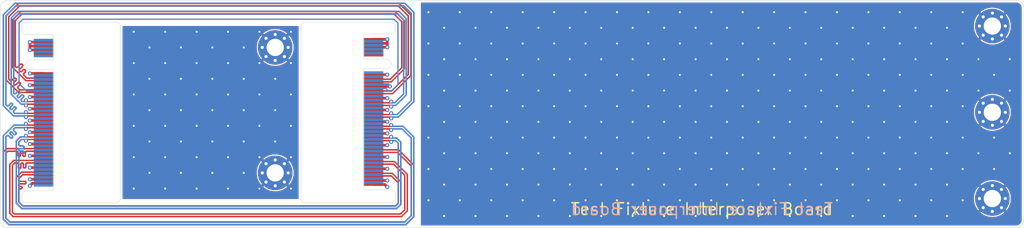
<source format=kicad_pcb>
(kicad_pcb (version 20241229) (generator "pcbnew") (generator_version "9.0")
  (layers (0 "F.Cu" signal "Top Layer") (4 "In1.Cu" signal) (6 "In2.Cu" signal) (2 "B.Cu" signal "Bottom Layer") (13 "F.Paste" user "Top Paste") (15 "B.Paste" user "Bottom Paste") (5 "F.SilkS" user "Top Overlay") (7 "B.SilkS" user "Bottom Overlay") (1 "F.Mask" user "Top Solder") (3 "B.Mask" user "Bottom Solder") (25 "Edge.Cuts" user))
  (property "SHEETTOTAL" "1")
  (net 0 "")
  (net 1 "GND")
  (net 3 "/RX1_P")
  (net 4 "/RX2_P")
  (net 5 "/RX0_N")
  (net 6 "/REFCLK_P")
  (net 7 "/TX2_N")
  (net 8 "/TX0_P")
  (net 9 "/TX1_N")
  (net 10 "/TX0_N")
  (net 11 "/RX3_N")
  (net 12 "/TX2_P")
  (net 13 "/PERST#")
  (net 14 "/RX0_P")
  (net 15 "/TX3_N")
  (net 16 "/TX3_P")
  (net 17 "/RX3_P")
  (net 18 "/TX1_P")
  (net 19 "/REFCLK_N")
  (net 20 "/RX1_N")
  (net 21 "/RX2_N")
  (footprint "ThunderScope:PCB EDGE M.2 Key M" (layer "F.Cu") (at 119.8636 94.9286 -90)
    (property "Reference" "J1" (hide yes))
    (property "Value" "M.2 Key M" (hide yes))
    (fp_line (start 1.25 4.2) (end 4.275 4.2) (stroke (width 0.05)) (layer "Edge.Cuts"))
    (fp_line (start 4.275 4.2) (end 4.275 1.3) (stroke (width 0.05)) (layer "Edge.Cuts"))
    (fp_line (start 5.475 4.2) (end 16 4.2) (stroke (width 0.05)) (layer "Edge.Cuts"))
    (fp_line (start 5.475 4.2) (end 5.475 1.3) (stroke (width 0.05)) (layer "Edge.Cuts"))
    (fp_line (start 16 4.2) (end 20.75 4.2) (stroke (width 0.05)) (layer "Edge.Cuts"))
    (fp_line (start 1.05 4) (end 1.05 0.7) (stroke (width 0.05)) (layer "Edge.Cuts"))
    (fp_line (start 20.95 4) (end 20.95 0.7) (stroke (width 0.05)) (layer "Edge.Cuts"))
    (fp_line (start 0.2 0.2) (end 0.55 0.2) (stroke (width 0.05)) (layer "Edge.Cuts"))
    (fp_line (start 21.45 0.2) (end 21.8 0.2) (stroke (width 0.05)) (layer "Edge.Cuts"))
    (fp_arc (start 1.25 4.2) (mid 1.108579 4.141421) (end 1.05 4) (stroke (width 0.05)) (layer "Edge.Cuts"))
    (fp_arc (start 20.95 4) (mid 20.891421 4.14142) (end 20.75 4.2) (stroke (width 0.05)) (layer "Edge.Cuts"))
    (fp_arc (start 4.275 1.3) (mid 4.450736 0.875735) (end 4.875 0.7) (stroke (width 0.05)) (layer "Edge.Cuts"))
    (fp_arc (start 4.875 0.7) (mid 5.299264 0.875735) (end 5.475 1.3) (stroke (width 0.05)) (layer "Edge.Cuts"))
    (fp_arc (start 20.95 0.7) (mid 21.096447 0.346447) (end 21.45 0.2) (stroke (width 0.05)) (layer "Edge.Cuts"))
    (fp_arc (start 0.55 0.2) (mid 0.903552 0.346447) (end 1.05 0.7) (stroke (width 0.05)) (layer "Edge.Cuts"))
  )
  (footprint "ThunderScope:MountingHole_2.2mm_M2_Pad_Via" (layer "F.Cu") (at 195.6761 94.9786)
    (property "Reference" "H3" (hide yes))
    (property "Value" "MountingHole" (hide yes))
  )
  (footprint "ThunderScope:MountingHole_2.2mm_M2_Pad_Via" (layer "F.Cu") (at 104.4011 97.7036)
    (property "Reference" "H2" (hide yes))
    (property "Value" "MountingHole" (hide yes))
  )
  (footprint "ThunderScope:MountingHole_2.2mm_M2_Pad_Via" (layer "F.Cu") (at 195.6761 116.9786)
    (property "Reference" "H4" (hide yes))
    (property "Value" "MountingHole" (hide yes))
  )
  (footprint "ThunderScope:MountingHole_2.2mm_M2_Pad_Via" (layer "F.Cu") (at 195.6761 105.9786)
    (property "Reference" "H1" (hide yes))
    (property "Value" "MountingHole" (hide yes))
  )
  (footprint "ThunderScope:MountingHole_2.2mm_M2_Pad_Via" (layer "F.Cu") (at 104.4011 113.7036)
    (property "Reference" "H5" (hide yes))
    (property "Value" "MountingHole" (hide yes))
  )
  (footprint "ThunderScope:PCB EDGE M.2 Key M" (layer "B.Cu") (at 71.9761 95.0286 -90)
    (property "Reference" "J2" (hide yes))
    (property "Value" "M.2 Key M" (hide yes))
    (fp_line (start 0.2 -0.2) (end 0.55 -0.2) (stroke (width 0.05)) (layer "Edge.Cuts"))
    (fp_line (start 21.45 -0.2) (end 21.8 -0.2) (stroke (width 0.05)) (layer "Edge.Cuts"))
    (fp_line (start 1.05 -4) (end 1.05 -0.7) (stroke (width 0.05)) (layer "Edge.Cuts"))
    (fp_line (start 20.95 -4) (end 20.95 -0.7) (stroke (width 0.05)) (layer "Edge.Cuts"))
    (fp_line (start 1.25 -4.2) (end 4.275 -4.2) (stroke (width 0.05)) (layer "Edge.Cuts"))
    (fp_line (start 4.275 -4.2) (end 4.275 -1.3) (stroke (width 0.05)) (layer "Edge.Cuts"))
    (fp_line (start 5.475 -4.2) (end 5.475 -1.3) (stroke (width 0.05)) (layer "Edge.Cuts"))
    (fp_line (start 5.475 -4.2) (end 16 -4.2) (stroke (width 0.05)) (layer "Edge.Cuts"))
    (fp_line (start 16 -4.2) (end 20.75 -4.2) (stroke (width 0.05)) (layer "Edge.Cuts"))
    (fp_arc (start 21.45 -0.2) (mid 21.096447 -0.346447) (end 20.95 -0.7) (stroke (width 0.05)) (layer "Edge.Cuts"))
    (fp_arc (start 1.05 -0.7) (mid 0.903552 -0.346447) (end 0.55 -0.2) (stroke (width 0.05)) (layer "Edge.Cuts"))
    (fp_arc (start 4.875 -0.7) (mid 4.450736 -0.875735) (end 4.275 -1.3) (stroke (width 0.05)) (layer "Edge.Cuts"))
    (fp_arc (start 5.475 -1.3) (mid 5.299264 -0.875735) (end 4.875 -0.7) (stroke (width 0.05)) (layer "Edge.Cuts"))
    (fp_arc (start 1.05 -4) (mid 1.108579 -4.141421) (end 1.25 -4.2) (stroke (width 0.05)) (layer "Edge.Cuts"))
    (fp_arc (start 20.75 -4.2) (mid 20.891421 -4.14142) (end 20.95 -4) (stroke (width 0.05)) (layer "Edge.Cuts"))
  )
  (gr_arc (start 119.1636 94.478598) (mid 119.517156 94.625045) (end 119.6636 94.9786) (stroke (width 0.05)) (layer "Edge.Cuts"))
  (gr_line (start 84.6761 117.0286) (end 84.676101 94.9786) (stroke (width 0.05)) (layer "Edge.Cuts"))
  (gr_line (start 72.6761 94.478599) (end 84.1761 94.4786) (stroke (width 0.05)) (layer "Edge.Cuts"))
  (gr_line (start 72.1761 116.8286) (end 72.1761 117.0286) (stroke (width 0.05)) (layer "Edge.Cuts"))
  (gr_line (start 119.1636 117.5286) (end 108.1761 117.5286) (stroke (width 0.05)) (layer "Edge.Cuts"))
  (gr_arc (start 72.6761 117.528601) (mid 72.322546 117.382154) (end 72.1761 117.0286) (stroke (width 0.05)) (layer "Edge.Cuts"))
  (gr_line (start 119.6636 117.028601) (end 119.6636 116.728599) (stroke (width 0.05)) (layer "Edge.Cuts"))
  (gr_line (start 107.6761 117.0286) (end 107.676099 94.9786) (stroke (width 0.05)) (layer "Edge.Cuts"))
  (gr_line (start 72.1761 95.2286) (end 72.1761 94.9786) (stroke (width 0.05)) (layer "Edge.Cuts"))
  (gr_arc (start 84.6761 117.0286) (mid 84.529653 117.382154) (end 84.176099 117.528599) (stroke (width 0.05)) (layer "Edge.Cuts"))
  (gr_line (start 199.7011 92.6786) (end 199.7011 119.7036) (stroke (width 0.05)) (layer "Edge.Cuts"))
  (gr_arc (start 108.176101 117.528599) (mid 107.822548 117.382153) (end 107.6761 117.0286) (stroke (width 0.05)) (layer "Edge.Cuts"))
  (gr_line (start 69.4011 119.7036) (end 69.4011 92.6786) (stroke (width 0.05)) (layer "Edge.Cuts"))
  (gr_arc (start 199.7011 119.7036) (mid 199.408207 120.410707) (end 198.7011 120.7036) (stroke (width 0.05)) (layer "Edge.Cuts"))
  (gr_arc (start 198.7011 91.6786) (mid 199.408207 91.971493) (end 199.7011 92.6786) (stroke (width 0.05)) (layer "Edge.Cuts"))
  (gr_arc (start 70.4011 120.7036) (mid 69.693993 120.410707) (end 69.4011 119.7036) (stroke (width 0.05)) (layer "Edge.Cuts"))
  (gr_arc (start 107.676099 94.9786) (mid 107.822546 94.625046) (end 108.176101 94.4786) (stroke (width 0.05)) (layer "Edge.Cuts"))
  (gr_arc (start 84.176099 94.4786) (mid 84.529653 94.625046) (end 84.676101 94.9786) (stroke (width 0.05)) (layer "Edge.Cuts"))
  (gr_line (start 119.6636 94.9786) (end 119.6636 95.1286) (stroke (width 0.05)) (layer "Edge.Cuts"))
  (gr_line (start 70.4011 91.6786) (end 198.7011 91.6786) (stroke (width 0.05)) (layer "Edge.Cuts"))
  (gr_arc (start 119.6636 117.028601) (mid 119.517153 117.382154) (end 119.1636 117.528601) (stroke (width 0.05)) (layer "Edge.Cuts"))
  (gr_arc (start 69.4011 92.6786) (mid 69.693993 91.971493) (end 70.4011 91.6786) (stroke (width 0.05)) (layer "Edge.Cuts"))
  (gr_line (start 119.1636 94.478598) (end 108.1761 94.4786) (stroke (width 0.05)) (layer "Edge.Cuts"))
  (gr_line (start 72.6761 117.528601) (end 84.1761 117.5286) (stroke (width 0.05)) (layer "Edge.Cuts"))
  (gr_arc (start 72.1761 94.9786) (mid 72.322547 94.625047) (end 72.6761 94.478599) (stroke (width 0.05)) (layer "Edge.Cuts"))
  (gr_line (start 198.7011 120.7036) (end 70.4011 120.7036) (stroke (width 0.05)) (layer "Edge.Cuts"))
  (gr_text "Test Fixture Interposer Board" (at 141.9011 119.2036 0) (layer "F.SilkS") (effects (font (size 1.5 1.5) (thickness 0.1875)) (justify left bottom)))
  (gr_text "Test Fixture Interposer Board" (at 141.9011 119.2036 0) (layer "B.SilkS") (effects (font (size 1.5 1.5) (thickness 0.1875)) (justify right bottom mirror)))
  (segment (start 119.001099 102.678599) (end 116.9136 102.678599) (width 0.35) (layer "F.Cu") (net 1))
  (segment (start 73.1761 110.0286) (end 74.9261 110.0286) (width 0.35) (layer "F.Cu") (net 1))
  (segment (start 73.1761 105.5286) (end 74.9261 105.5286) (width 0.35) (layer "F.Cu") (net 1))
  (segment (start 73.1761 107.028599) (end 74.9261 107.028599) (width 0.35) (layer "F.Cu") (net 1))
  (segment (start 118.6636 108.6786) (end 116.9136 108.6786) (width 0.35) (layer "F.Cu") (net 1))
  (segment (start 119.0011 102.6786) (end 119.001099 102.678599) (width 0.35) (layer "F.Cu") (net 1))
  (segment (start 118.6636 97.1786) (end 116.9136 97.1786) (width 0.35) (layer "F.Cu") (net 1))
  (segment (start 118.6636 111.678599) (end 116.9136 111.678599) (width 0.35) (layer "F.Cu") (net 1))
  (segment (start 73.1761 104.0286) (end 74.9261 104.0286) (width 0.35) (layer "F.Cu") (net 1))
  (segment (start 118.6636 107.178598) (end 116.9136 107.178598) (width 0.35) (layer "F.Cu") (net 1))
  (segment (start 73.1761 98.0286) (end 73.1761 97.5286) (width 0.35) (layer "F.Cu") (net 1))
  (segment (start 73.1761 111.5286) (end 74.9261 111.5286) (width 0.35) (layer "F.Cu") (net 1))
  (segment (start 73.1761 113.0286) (end 74.9261 113.0286) (width 0.35) (layer "F.Cu") (net 1))
  (segment (start 118.6636 97.6786) (end 116.9136 97.6786) (width 0.35) (layer "F.Cu") (net 1))
  (segment (start 118.6636 101.178599) (end 116.9136 101.178599) (width 0.35) (layer "F.Cu") (net 1))
  (segment (start 118.6636 110.178599) (end 116.9136 110.178599) (width 0.35) (layer "F.Cu") (net 1))
  (segment (start 118.6636 115.503599) (end 118.338601 115.1786) (width 0.35) (layer "F.Cu") (net 1))
  (segment (start 73.1761 108.528601) (end 74.9261 108.528601) (width 0.35) (layer "F.Cu") (net 1))
  (segment (start 73.1761 101.0286) (end 74.9261 101.0286) (width 0.35) (layer "F.Cu") (net 1))
  (segment (start 73.1761 97.028601) (end 74.9261 97.028601) (width 0.35) (layer "F.Cu") (net 1))
  (segment (start 73.501099 115.028601) (end 74.9261 115.028601) (width 0.35) (layer "F.Cu") (net 1))
  (segment (start 118.338601 115.1786) (end 116.9136 115.1786) (width 0.35) (layer "F.Cu") (net 1))
  (segment (start 118.6636 105.678599) (end 116.9136 105.678599) (width 0.35) (layer "F.Cu") (net 1))
  (segment (start 118.6636 96.678601) (end 116.9136 96.678601) (width 0.35) (layer "F.Cu") (net 1))
  (segment (start 73.1761 102.5286) (end 74.9261 102.5286) (width 0.35) (layer "F.Cu") (net 1))
  (segment (start 118.6636 97.1786) (end 118.6636 96.678601) (width 0.35) (layer "F.Cu") (net 1))
  (segment (start 118.6636 113.178599) (end 116.9136 113.178599) (width 0.35) (layer "F.Cu") (net 1))
  (segment (start 73.1761 115.3536) (end 73.501099 115.028601) (width 0.35) (layer "F.Cu") (net 1))
  (segment (start 73.1761 97.5286) (end 73.1761 97.028601) (width 0.35) (layer "F.Cu") (net 1))
  (segment (start 118.6636 97.6786) (end 118.6636 97.1786) (width 0.35) (layer "F.Cu") (net 1))
  (segment (start 73.1761 97.5286) (end 74.9261 97.5286) (width 0.35) (layer "F.Cu") (net 1))
  (segment (start 118.6636 104.178599) (end 116.9136 104.178599) (width 0.35) (layer "F.Cu") (net 1))
  (segment (start 73.1761 98.0286) (end 74.9261 98.0286) (width 0.35) (layer "F.Cu") (net 1))
  (segment (start 118.6636 114.678599) (end 116.9136 114.678599) (width 0.35) (layer "F.Cu") (net 1))
  (segment (start 73.1761 114.5286) (end 74.9261 114.5286) (width 0.35) (layer "F.Cu") (net 1))
  (via (at 139.9011 109.2036) (size 0.508) (drill 0.254) (layers "F.Cu" "B.Cu") (net 1))
  (via (at 102.4011 111.7036) (size 0.508) (drill 0.254) (layers "F.Cu" "B.Cu") (net 1))
  (via (at 118.6636 97.6786) (size 0.508) (drill 0.254) (layers "F.Cu" "B.Cu") (net 1))
  (via (at 137.9011 103.2036) (size 0.508) (drill 0.254) (layers "F.Cu" "B.Cu") (net 1))
  (via (at 88.4011 97.7036) (size 0.508) (drill 0.254) (layers "F.Cu" "B.Cu") (net 1))
  (via (at 197.9011 111.2036) (size 0.508) (drill 0.254) (layers "F.Cu" "B.Cu") (net 1))
  (via (at 100.4011 113.7036) (size 0.508) (drill 0.254) (layers "F.Cu" "B.Cu") (net 1))
  (via (at 191.9011 117.2036) (size 0.508) (drill 0.254) (layers "F.Cu" "B.Cu") (net 1))
  (via (at 73.1761 108.528601) (size 0.508) (drill 0.254) (layers "F.Cu" "B.Cu") (net 1))
  (via (at 135.9011 117.2036) (size 0.508) (drill 0.254) (layers "F.Cu" "B.Cu") (net 1))
  (via (at 141.9011 111.2036) (size 0.508) (drill 0.254) (layers "F.Cu" "B.Cu") (net 1))
  (via (at 98.4011 95.7036) (size 0.508) (drill 0.254) (layers "F.Cu" "B.Cu") (net 1))
  (via (at 193.9011 99.2036) (size 0.508) (drill 0.254) (layers "F.Cu" "B.Cu") (net 1))
  (via (at 179.9011 93.2036) (size 0.508) (drill 0.254) (layers "F.Cu" "B.Cu") (net 1))
  (via (at 133.9011 95.2036) (size 0.508) (drill 0.254) (layers "F.Cu" "B.Cu") (net 1))
  (via (at 167.9011 97.2036) (size 0.508) (drill 0.254) (layers "F.Cu" "B.Cu") (net 1))
  (via (at 106.4011 111.7036) (size 0.508) (drill 0.254) (layers "F.Cu" "B.Cu") (net 1))
  (via (at 139.9011 101.2036) (size 0.508) (drill 0.254) (layers "F.Cu" "B.Cu") (net 1))
  (via (at 104.4011 105.7036) (size 0.508) (drill 0.254) (layers "F.Cu" "B.Cu") (net 1))
  (via (at 159.9011 101.2036) (size 0.508) (drill 0.254) (layers "F.Cu" "B.Cu") (net 1))
  (via (at 133.9011 103.2036) (size 0.508) (drill 0.254) (layers "F.Cu" "B.Cu") (net 1))
  (via (at 169.9011 119.2036) (size 0.508) (drill 0.254) (layers "F.Cu" "B.Cu") (net 1))
  (via (at 123.9011 93.2036) (size 0.508) (drill 0.254) (layers "F.Cu" "B.Cu") (net 1))
  (via (at 165.9011 119.2036) (size 0.508) (drill 0.254) (layers "F.Cu" "B.Cu") (net 1))
  (via (at 189.9011 111.2036) (size 0.508) (drill 0.254) (layers "F.Cu" "B.Cu") (net 1))
  (via (at 135.9011 113.2036) (size 0.508) (drill 0.254) (layers "F.Cu" "B.Cu") (net 1))
  (via (at 133.9011 107.2036) (size 0.508) (drill 0.254) (layers "F.Cu" "B.Cu") (net 1))
  (via (at 197.9011 103.2036) (size 0.508) (drill 0.254) (layers "F.Cu" "B.Cu") (net 1))
  (via (at 100.4011 101.7036) (size 0.508) (drill 0.254) (layers "F.Cu" "B.Cu") (net 1))
  (via (at 92.4011 109.7036) (size 0.508) (drill 0.254) (layers "F.Cu" "B.Cu") (net 1))
  (via (at 135.9011 97.2036) (size 0.508) (drill 0.254) (layers "F.Cu" "B.Cu") (net 1))
  (via (at 133.9011 119.2036) (size 0.508) (drill 0.254) (layers "F.Cu" "B.Cu") (net 1))
  (via (at 157.9011 119.2036) (size 0.508) (drill 0.254) (layers "F.Cu" "B.Cu") (net 1))
  (via (at 155.9011 105.2036) (size 0.508) (drill 0.254) (layers "F.Cu" "B.Cu") (net 1))
  (via (at 157.9011 95.2036) (size 0.508) (drill 0.254) (layers "F.Cu" "B.Cu") (net 1))
  (via (at 141.9011 107.2036) (size 0.508) (drill 0.254) (layers "F.Cu" "B.Cu") (net 1))
  (via (at 189.9011 95.2036) (size 0.508) (drill 0.254) (layers "F.Cu" "B.Cu") (net 1))
  (via (at 183.9011 97.2036) (size 0.508) (drill 0.254) (layers "F.Cu" "B.Cu") (net 1))
  (via (at 151.9011 97.2036) (size 0.508) (drill 0.254) (layers "F.Cu" "B.Cu") (net 1))
  (via (at 185.9011 107.2036) (size 0.508) (drill 0.254) (layers "F.Cu" "B.Cu") (net 1))
  (via (at 94.4011 115.7036) (size 0.508) (drill 0.254) (layers "F.Cu" "B.Cu") (net 1))
  (via (at 123.9011 109.2036) (size 0.508) (drill 0.254) (layers "F.Cu" "B.Cu") (net 1))
  (via (at 118.6636 111.678599) (size 0.508) (drill 0.254) (layers "F.Cu" "B.Cu") (net 1))
  (via (at 169.9011 95.2036) (size 0.508) (drill 0.254) (layers "F.Cu" "B.Cu") (net 1))
  (via (at 187.9011 109.2036) (size 0.508) (drill 0.254) (layers "F.Cu" "B.Cu") (net 1))
  (via (at 157.9011 99.2036) (size 0.508) (drill 0.254) (layers "F.Cu" "B.Cu") (net 1))
  (via (at 175.9011 105.2036) (size 0.508) (drill 0.254) (layers "F.Cu" "B.Cu") (net 1))
  (via (at 123.9011 105.2036) (size 0.508) (drill 0.254) (layers "F.Cu" "B.Cu") (net 1))
  (via (at 102.4011 107.7036) (size 0.508) (drill 0.254) (layers "F.Cu" "B.Cu") (net 1))
  (via (at 137.9011 115.2036) (size 0.508) (drill 0.254) (layers "F.Cu" "B.Cu") (net 1))
  (via (at 153.9011 111.2036) (size 0.508) (drill 0.254) (layers "F.Cu" "B.Cu") (net 1))
  (via (at 157.9011 103.2036) (size 0.508) (drill 0.254) (layers "F.Cu" "B.Cu") (net 1))
  (via (at 86.4011 103.7036) (size 0.508) (drill 0.254) (layers "F.Cu" "B.Cu") (net 1))
  (via (at 143.9011 109.2036) (size 0.508) (drill 0.254) (layers "F.Cu" "B.Cu") (net 1))
  (via (at 73.1761 101.0286) (size 0.508) (drill 0.254) (layers "F.Cu" "B.Cu") (net 1))
  (via (at 169.9011 103.2036) (size 0.508) (drill 0.254) (layers "F.Cu" "B.Cu") (net 1))
  (via (at 167.9011 109.2036) (size 0.508) (drill 0.254) (layers "F.Cu" "B.Cu") (net 1))
  (via (at 159.9011 97.2036) (size 0.508) (drill 0.254) (layers "F.Cu" "B.Cu") (net 1))
  (via (at 118.6636 96.678601) (size 0.508) (drill 0.254) (layers "F.Cu" "B.Cu") (net 1))
  (via (at 96.4011 105.7036) (size 0.508) (drill 0.254) (layers "F.Cu" "B.Cu") (net 1))
  (via (at 129.9011 111.2036) (size 0.508) (drill 0.254) (layers "F.Cu" "B.Cu") (net 1))
  (via (at 173.9011 115.2036) (size 0.508) (drill 0.254) (layers "F.Cu" "B.Cu") (net 1))
  (via (at 177.9011 111.2036) (size 0.508) (drill 0.254) (layers "F.Cu" "B.Cu") (net 1))
  (via (at 127.9011 97.2036) (size 0.508) (drill 0.254) (layers "F.Cu" "B.Cu") (net 1))
  (via (at 127.9011 93.2036) (size 0.508) (drill 0.254) (layers "F.Cu" "B.Cu") (net 1))
  (via (at 102.4011 95.7036) (size 0.508) (drill 0.254) (layers "F.Cu" "B.Cu") (net 1))
  (via (at 129.9011 115.2036) (size 0.508) (drill 0.254) (layers "F.Cu" "B.Cu") (net 1))
  (via (at 175.9011 97.2036) (size 0.508) (drill 0.254) (layers "F.Cu" "B.Cu") (net 1))
  (via (at 131.9011 101.2036) (size 0.508) (drill 0.254) (layers "F.Cu" "B.Cu") (net 1))
  (via (at 163.9011 101.2036) (size 0.508) (drill 0.254) (layers "F.Cu" "B.Cu") (net 1))
  (via (at 131.9011 109.2036) (size 0.508) (drill 0.254) (layers "F.Cu" "B.Cu") (net 1))
  (via (at 131.9011 113.2036) (size 0.508) (drill 0.254) (layers "F.Cu" "B.Cu") (net 1))
  (via (at 151.9011 113.2036) (size 0.508) (drill 0.254) (layers "F.Cu" "B.Cu") (net 1))
  (via (at 118.6636 107.178598) (size 0.508) (drill 0.254) (layers "F.Cu" "B.Cu") (net 1))
  (via (at 143.9011 101.2036) (size 0.508) (drill 0.254) (layers "F.Cu" "B.Cu") (net 1))
  (via (at 159.9011 105.2036) (size 0.508) (drill 0.254) (layers "F.Cu" "B.Cu") (net 1))
  (via (at 137.9011 119.2036) (size 0.508) (drill 0.254) (layers "F.Cu" "B.Cu") (net 1))
  (via (at 191.9011 105.2036) (size 0.508) (drill 0.254) (layers "F.Cu" "B.Cu") (net 1))
  (via (at 187.9011 113.2036) (size 0.508) (drill 0.254) (layers "F.Cu" "B.Cu") (net 1))
  (via (at 195.9011 113.2036) (size 0.508) (drill 0.254) (layers "F.Cu" "B.Cu") (net 1))
  (via (at 171.9011 109.2036) (size 0.508) (drill 0.254) (layers "F.Cu" "B.Cu") (net 1))
  (via (at 129.9011 99.2036) (size 0.508) (drill 0.254) (layers "F.Cu" "B.Cu") (net 1))
  (via (at 129.9011 119.2036) (size 0.508) (drill 0.254) (layers "F.Cu" "B.Cu") (net 1))
  (via (at 145.9011 111.2036) (size 0.508) (drill 0.254) (layers "F.Cu" "B.Cu") (net 1))
  (via (at 141.9011 115.2036) (size 0.508) (drill 0.254) (layers "F.Cu" "B.Cu") (net 1))
  (via (at 125.9011 103.2036) (size 0.508) (drill 0.254) (layers "F.Cu" "B.Cu") (net 1))
  (via (at 139.9011 97.2036) (size 0.508) (drill 0.254) (layers "F.Cu" "B.Cu") (net 1))
  (via (at 106.4011 115.7036) (size 0.508) (drill 0.254) (layers "F.Cu" "B.Cu") (net 1))
  (via (at 106.4011 103.7036) (size 0.508) (drill 0.254) (layers "F.Cu" "B.Cu") (net 1))
  (via (at 102.4011 115.7036) (size 0.508) (drill 0.254) (layers "F.Cu" "B.Cu") (net 1))
  (via (at 73.1761 115.3536) (size 0.508) (drill 0.254) (layers "F.Cu" "B.Cu") (net 1))
  (via (at 118.6636 110.178599) (size 0.508) (drill 0.254) (layers "F.Cu" "B.Cu") (net 1))
  (via (at 163.9011 113.2036) (size 0.508) (drill 0.254) (layers "F.Cu" "B.Cu") (net 1))
  (via (at 183.9011 105.2036) (size 0.508) (drill 0.254) (layers "F.Cu" "B.Cu") (net 1))
  (via (at 73.1761 102.5286) (size 0.508) (drill 0.254) (layers "F.Cu" "B.Cu") (net 1))
  (via (at 94.4011 111.7036) (size 0.508) (drill 0.254) (layers "F.Cu" "B.Cu") (net 1))
  (via (at 96.4011 109.7036) (size 0.508) (drill 0.254) (layers "F.Cu" "B.Cu") (net 1))
  (via (at 96.4011 101.7036) (size 0.508) (drill 0.254) (layers "F.Cu" "B.Cu") (net 1))
  (via (at 157.9011 115.2036) (size 0.508) (drill 0.254) (layers "F.Cu" "B.Cu") (net 1))
  (via (at 169.9011 107.2036) (size 0.508) (drill 0.254) (layers "F.Cu" "B.Cu") (net 1))
  (via (at 163.9011 109.2036) (size 0.508) (drill 0.254) (layers "F.Cu" "B.Cu") (net 1))
  (via (at 175.9011 113.2036) (size 0.508) (drill 0.254) (layers "F.Cu" "B.Cu") (net 1))
  (via (at 147.9011 101.2036) (size 0.508) (drill 0.254) (layers "F.Cu" "B.Cu") (net 1))
  (via (at 123.9011 97.2036) (size 0.508) (drill 0.254) (layers "F.Cu" "B.Cu") (net 1))
  (via (at 145.9011 103.2036) (size 0.508) (drill 0.254) (layers "F.Cu" "B.Cu") (net 1))
  (via (at 94.4011 99.7036) (size 0.508) (drill 0.254) (layers "F.Cu" "B.Cu") (net 1))
  (via (at 151.9011 105.2036) (size 0.508) (drill 0.254) (layers "F.Cu" "B.Cu") (net 1))
  (via (at 73.1761 107.028599) (size 0.508) (drill 0.254) (layers "F.Cu" "B.Cu") (net 1))
  (via (at 127.9011 105.2036) (size 0.508) (drill 0.254) (layers "F.Cu" "B.Cu") (net 1))
  (via (at 185.9011 95.2036) (size 0.508) (drill 0.254) (layers "F.Cu" "B.Cu") (net 1))
  (via (at 183.9011 101.2036) (size 0.508) (drill 0.254) (layers "F.Cu" "B.Cu") (net 1))
  (via (at 185.9011 103.2036) (size 0.508) (drill 0.254) (layers "F.Cu" "B.Cu") (net 1))
  (via (at 100.4011 97.7036) (size 0.508) (drill 0.254) (layers "F.Cu" "B.Cu") (net 1))
  (via (at 92.4011 105.7036) (size 0.508) (drill 0.254) (layers "F.Cu" "B.Cu") (net 1))
  (via (at 90.4011 111.7036) (size 0.508) (drill 0.254) (layers "F.Cu" "B.Cu") (net 1))
  (via (at 169.9011 111.2036) (size 0.508) (drill 0.254) (layers "F.Cu" "B.Cu") (net 1))
  (via (at 149.9011 107.2036) (size 0.508) (drill 0.254) (layers "F.Cu" "B.Cu") (net 1))
  (via (at 96.4011 113.7036) (size 0.508) (drill 0.254) (layers "F.Cu" "B.Cu") (net 1))
  (via (at 155.9011 101.2036) (size 0.508) (drill 0.254) (layers "F.Cu" "B.Cu") (net 1))
  (via (at 118.6636 108.6786) (size 0.508) (drill 0.254) (layers "F.Cu" "B.Cu") (net 1))
  (via (at 86.4011 99.7036) (size 0.508) (drill 0.254) (layers "F.Cu" "B.Cu") (net 1))
  (via (at 189.9011 119.2036) (size 0.508) (drill 0.254) (layers "F.Cu" "B.Cu") (net 1))
  (via (at 157.9011 111.2036) (size 0.508) (drill 0.254) (layers "F.Cu" "B.Cu") (net 1))
  (via (at 106.4011 107.7036) (size 0.508) (drill 0.254) (layers "F.Cu" "B.Cu") (net 1))
  (via (at 143.9011 93.2036) (size 0.508) (drill 0.254) (layers "F.Cu" "B.Cu") (net 1))
  (via (at 143.9011 105.2036) (size 0.508) (drill 0.254) (layers "F.Cu" "B.Cu") (net 1))
  (via (at 139.9011 113.2036) (size 0.508) (drill 0.254) (layers "F.Cu" "B.Cu") (net 1))
  (via (at 86.4011 115.7036) (size 0.508) (drill 0.254) (layers "F.Cu" "B.Cu") (net 1))
  (via (at 131.9011 117.2036) (size 0.508) (drill 0.254) (layers "F.Cu" "B.Cu") (net 1))
  (via (at 179.9011 117.2036) (size 0.508) (drill 0.254) (layers "F.Cu" "B.Cu") (net 1))
  (via (at 88.4011 109.7036) (size 0.508) (drill 0.254) (layers "F.Cu" "B.Cu") (net 1))
  (via (at 147.9011 113.2036) (size 0.508) (drill 0.254) (layers "F.Cu" "B.Cu") (net 1))
  (via (at 191.9011 101.2036) (size 0.508) (drill 0.254) (layers "F.Cu" "B.Cu") (net 1))
  (via (at 181.9011 99.2036) (size 0.508) (drill 0.254) (layers "F.Cu" "B.Cu") (net 1))
  (via (at 118.6636 114.678599) (size 0.508) (drill 0.254) (layers "F.Cu" "B.Cu") (net 1))
  (via (at 165.9011 111.2036) (size 0.508) (drill 0.254) (layers "F.Cu" "B.Cu") (net 1))
  (via (at 173.9011 103.2036) (size 0.508) (drill 0.254) (layers "F.Cu" "B.Cu") (net 1))
  (via (at 104.4011 109.7036) (size 0.508) (drill 0.254) (layers "F.Cu" "B.Cu") (net 1))
  (via (at 133.9011 115.2036) (size 0.508) (drill 0.254) (layers "F.Cu" "B.Cu") (net 1))
  (via (at 98.4011 107.7036) (size 0.508) (drill 0.254) (layers "F.Cu" "B.Cu") (net 1))
  (via (at 119.0011 102.6786) (size 0.508) (drill 0.254) (layers "F.Cu" "B.Cu") (net 1))
  (via (at 125.9011 119.2036) (size 0.508) (drill 0.254) (layers "F.Cu" "B.Cu") (net 1))
  (via (at 141.9011 95.2036) (size 0.508) (drill 0.254) (layers "F.Cu" "B.Cu") (net 1))
  (via (at 183.9011 109.2036) (size 0.508) (drill 0.254) (layers "F.Cu" "B.Cu") (net 1))
  (via (at 161.9011 119.2036) (size 0.508) (drill 0.254) (layers "F.Cu" "B.Cu") (net 1))
  (via (at 141.9011 99.2036) (size 0.508) (drill 0.254) (layers "F.Cu" "B.Cu") (net 1))
  (via (at 129.9011 103.2036) (size 0.508) (drill 0.254) (layers "F.Cu" "B.Cu") (net 1))
  (via (at 102.4011 99.7036) (size 0.508) (drill 0.254) (layers "F.Cu" "B.Cu") (net 1))
  (via (at 155.9011 93.2036) (size 0.508) (drill 0.254) (layers "F.Cu" "B.Cu") (net 1))
  (via (at 135.9011 93.2036) (size 0.508) (drill 0.254) (layers "F.Cu" "B.Cu") (net 1))
  (via (at 73.1761 97.028601) (size 0.508) (drill 0.254) (layers "F.Cu" "B.Cu") (net 1))
  (via (at 173.9011 107.2036) (size 0.508) (drill 0.254) (layers "F.Cu" "B.Cu") (net 1))
  (via (at 127.9011 101.2036) (size 0.508) (drill 0.254) (layers "F.Cu" "B.Cu") (net 1))
  (via (at 118.6636 101.178599) (size 0.508) (drill 0.254) (layers "F.Cu" "B.Cu") (net 1))
  (via (at 135.9011 101.2036) (size 0.508) (drill 0.254) (layers "F.Cu" "B.Cu") (net 1))
  (via (at 159.9011 113.2036) (size 0.508) (drill 0.254) (layers "F.Cu" "B.Cu") (net 1))
  (via (at 98.4011 103.7036) (size 0.508) (drill 0.254) (layers "F.Cu" "B.Cu") (net 1))
  (via (at 100.4011 109.7036) (size 0.508) (drill 0.254) (layers "F.Cu" "B.Cu") (net 1))
  (via (at 177.9011 103.2036) (size 0.508) (drill 0.254) (layers "F.Cu" "B.Cu") (net 1))
  (via (at 183.9011 113.2036) (size 0.508) (drill 0.254) (layers "F.Cu" "B.Cu") (net 1))
  (via (at 179.9011 97.2036) (size 0.508) (drill 0.254) (layers "F.Cu" "B.Cu") (net 1))
  (via (at 183.9011 117.2036) (size 0.508) (drill 0.254) (layers "F.Cu" "B.Cu") (net 1))
  (via (at 173.9011 119.2036) (size 0.508) (drill 0.254) (layers "F.Cu" "B.Cu") (net 1))
  (via (at 129.9011 95.2036) (size 0.508) (drill 0.254) (layers "F.Cu" "B.Cu") (net 1))
  (via (at 149.9011 119.2036) (size 0.508) (drill 0.254) (layers "F.Cu" "B.Cu") (net 1))
  (via (at 169.9011 99.2036) (size 0.508) (drill 0.254) (layers "F.Cu" "B.Cu") (net 1))
  (via (at 118.6636 104.178599) (size 0.508) (drill 0.254) (layers "F.Cu" "B.Cu") (net 1))
  (via (at 88.4011 101.7036) (size 0.508) (drill 0.254) (layers "F.Cu" "B.Cu") (net 1))
  (via (at 149.9011 115.2036) (size 0.508) (drill 0.254) (layers "F.Cu" "B.Cu") (net 1))
  (via (at 90.4011 115.7036) (size 0.508) (drill 0.254) (layers "F.Cu" "B.Cu") (net 1))
  (via (at 189.9011 103.2036) (size 0.508) (drill 0.254) (layers "F.Cu" "B.Cu") (net 1))
  (via (at 73.1761 98.0286) (size 0.508) (drill 0.254) (layers "F.Cu" "B.Cu") (net 1))
  (via (at 177.9011 107.2036) (size 0.508) (drill 0.254) (layers "F.Cu" "B.Cu") (net 1))
  (via (at 141.9011 119.2036) (size 0.508) (drill 0.254) (layers "F.Cu" "B.Cu") (net 1))
  (via (at 197.9011 99.2036) (size 0.508) (drill 0.254) (layers "F.Cu" "B.Cu") (net 1))
  (via (at 175.9011 117.2036) (size 0.508) (drill 0.254) (layers "F.Cu" "B.Cu") (net 1))
  (via (at 73.1761 110.0286) (size 0.508) (drill 0.254) (layers "F.Cu" "B.Cu") (net 1))
  (via (at 161.9011 107.2036) (size 0.508) (drill 0.254) (layers "F.Cu" "B.Cu") (net 1))
  (via (at 167.9011 101.2036) (size 0.508) (drill 0.254) (layers "F.Cu" "B.Cu") (net 1))
  (via (at 135.9011 105.2036) (size 0.508) (drill 0.254) (layers "F.Cu" "B.Cu") (net 1))
  (via (at 185.9011 99.2036) (size 0.508) (drill 0.254) (layers "F.Cu" "B.Cu") (net 1))
  (via (at 191.9011 93.2036) (size 0.508) (drill 0.254) (layers "F.Cu" "B.Cu") (net 1))
  (via (at 125.9011 111.2036) (size 0.508) (drill 0.254) (layers "F.Cu" "B.Cu") (net 1))
  (via (at 73.1761 114.5286) (size 0.508) (drill 0.254) (layers "F.Cu" "B.Cu") (net 1))
  (via (at 169.9011 115.2036) (size 0.508) (drill 0.254) (layers "F.Cu" "B.Cu") (net 1))
  (via (at 163.9011 105.2036) (size 0.508) (drill 0.254) (layers "F.Cu" "B.Cu") (net 1))
  (via (at 179.9011 113.2036) (size 0.508) (drill 0.254) (layers "F.Cu" "B.Cu") (net 1))
  (via (at 189.9011 115.2036) (size 0.508) (drill 0.254) (layers "F.Cu" "B.Cu") (net 1))
  (via (at 161.9011 115.2036) (size 0.508) (drill 0.254) (layers "F.Cu" "B.Cu") (net 1))
  (via (at 155.9011 117.2036) (size 0.508) (drill 0.254) (layers "F.Cu" "B.Cu") (net 1))
  (via (at 131.9011 93.2036) (size 0.508) (drill 0.254) (layers "F.Cu" "B.Cu") (net 1))
  (via (at 179.9011 109.2036) (size 0.508) (drill 0.254) (layers "F.Cu" "B.Cu") (net 1))
  (via (at 102.4011 103.7036) (size 0.508) (drill 0.254) (layers "F.Cu" "B.Cu") (net 1))
  (via (at 187.9011 117.2036) (size 0.508) (drill 0.254) (layers "F.Cu" "B.Cu") (net 1))
  (via (at 185.9011 115.2036) (size 0.508) (drill 0.254) (layers "F.Cu" "B.Cu") (net 1))
  (via (at 133.9011 99.2036) (size 0.508) (drill 0.254) (layers "F.Cu" "B.Cu") (net 1))
  (via (at 165.9011 103.2036) (size 0.508) (drill 0.254) (layers "F.Cu" "B.Cu") (net 1))
  (via (at 153.9011 115.2036) (size 0.508) (drill 0.254) (layers "F.Cu" "B.Cu") (net 1))
  (via (at 73.1761 111.5286) (size 0.508) (drill 0.254) (layers "F.Cu" "B.Cu") (net 1))
  (via (at 181.9011 103.2036) (size 0.508) (drill 0.254) (layers "F.Cu" "B.Cu") (net 1))
  (via (at 187.9011 97.2036) (size 0.508) (drill 0.254) (layers "F.Cu" "B.Cu") (net 1))
  (via (at 153.9011 103.2036) (size 0.508) (drill 0.254) (layers "F.Cu" "B.Cu") (net 1))
  (via (at 179.9011 105.2036) (size 0.508) (drill 0.254) (layers "F.Cu" "B.Cu") (net 1))
  (via (at 151.9011 117.2036) (size 0.508) (drill 0.254) (layers "F.Cu" "B.Cu") (net 1))
  (via (at 171.9011 113.2036) (size 0.508) (drill 0.254) (layers "F.Cu" "B.Cu") (net 1))
  (via (at 165.9011 95.2036) (size 0.508) (drill 0.254) (layers "F.Cu" "B.Cu") (net 1))
  (via (at 163.9011 117.2036) (size 0.508) (drill 0.254) (layers "F.Cu" "B.Cu") (net 1))
  (via (at 171.9011 93.2036) (size 0.508) (drill 0.254) (layers "F.Cu" "B.Cu") (net 1))
  (via (at 195.9011 101.2036) (size 0.508) (drill 0.254) (layers "F.Cu" "B.Cu") (net 1))
  (via (at 127.9011 117.2036) (size 0.508) (drill 0.254) (layers "F.Cu" "B.Cu") (net 1))
  (via (at 137.9011 99.2036) (size 0.508) (drill 0.254) (layers "F.Cu" "B.Cu") (net 1))
  (via (at 151.9011 109.2036) (size 0.508) (drill 0.254) (layers "F.Cu" "B.Cu") (net 1))
  (via (at 123.9011 113.2036) (size 0.508) (drill 0.254) (layers "F.Cu" "B.Cu") (net 1))
  (via (at 191.9011 113.2036) (size 0.508) (drill 0.254) (layers "F.Cu" "B.Cu") (net 1))
  (via (at 86.4011 107.7036) (size 0.508) (drill 0.254) (layers "F.Cu" "B.Cu") (net 1))
  (via (at 145.9011 95.2036) (size 0.508) (drill 0.254) (layers "F.Cu" "B.Cu") (net 1))
  (via (at 92.4011 101.7036) (size 0.508) (drill 0.254) (layers "F.Cu" "B.Cu") (net 1))
  (via (at 167.9011 105.2036) (size 0.508) (drill 0.254) (layers "F.Cu" "B.Cu") (net 1))
  (via (at 177.9011 119.2036) (size 0.508) (drill 0.254) (layers "F.Cu" "B.Cu") (net 1))
  (via (at 137.9011 111.2036) (size 0.508) (drill 0.254) (layers "F.Cu" "B.Cu") (net 1))
  (via (at 147.9011 93.2036) (size 0.508) (drill 0.254) (layers "F.Cu" "B.Cu") (net 1))
  (via (at 125.9011 107.2036) (size 0.508) (drill 0.254) (layers "F.Cu" "B.Cu") (net 1))
  (via (at 143.9011 117.2036) (size 0.508) (drill 0.254) (layers "F.Cu" "B.Cu") (net 1))
  (via (at 161.9011 95.2036) (size 0.508) (drill 0.254) (layers "F.Cu" "B.Cu") (net 1))
  (via (at 137.9011 95.2036) (size 0.508) (drill 0.254) (layers "F.Cu" "B.Cu") (net 1))
  (via (at 92.4011 113.7036) (size 0.508) (drill 0.254) (layers "F.Cu" "B.Cu") (net 1))
  (via (at 181.9011 107.2036) (size 0.508) (drill 0.254) (layers "F.Cu" "B.Cu") (net 1))
  (via (at 135.9011 109.2036) (size 0.508) (drill 0.254) (layers "F.Cu" "B.Cu") (net 1))
  (via (at 94.4011 107.7036) (size 0.508) (drill 0.254) (layers "F.Cu" "B.Cu") (net 1))
  (via (at 163.9011 97.2036) (size 0.508) (drill 0.254) (layers "F.Cu" "B.Cu") (net 1))
  (via (at 149.9011 95.2036) (size 0.508) (drill 0.254) (layers "F.Cu" "B.Cu") (net 1))
  (via (at 191.9011 109.2036) (size 0.508) (drill 0.254) (layers "F.Cu" "B.Cu") (net 1))
  (via (at 145.9011 99.2036) (size 0.508) (drill 0.254) (layers "F.Cu" "B.Cu") (net 1))
  (via (at 173.9011 99.2036) (size 0.508) (drill 0.254) (layers "F.Cu" "B.Cu") (net 1))
  (via (at 175.9011 101.2036) (size 0.508) (drill 0.254) (layers "F.Cu" "B.Cu") (net 1))
  (via (at 177.9011 99.2036) (size 0.508) (drill 0.254) (layers "F.Cu" "B.Cu") (net 1))
  (via (at 131.9011 105.2036) (size 0.508) (drill 0.254) (layers "F.Cu" "B.Cu") (net 1))
  (via (at 86.4011 95.7036) (size 0.508) (drill 0.254) (layers "F.Cu" "B.Cu") (net 1))
  (via (at 155.9011 97.2036) (size 0.508) (drill 0.254) (layers "F.Cu" "B.Cu") (net 1))
  (via (at 147.9011 97.2036) (size 0.508) (drill 0.254) (layers "F.Cu" "B.Cu") (net 1))
  (via (at 179.9011 101.2036) (size 0.508) (drill 0.254) (layers "F.Cu" "B.Cu") (net 1))
  (via (at 139.9011 117.2036) (size 0.508) (drill 0.254) (layers "F.Cu" "B.Cu") (net 1))
  (via (at 167.9011 117.2036) (size 0.508) (drill 0.254) (layers "F.Cu" "B.Cu") (net 1))
  (via (at 104.4011 101.7036) (size 0.508) (drill 0.254) (layers "F.Cu" "B.Cu") (net 1))
  (via (at 175.9011 93.2036) (size 0.508) (drill 0.254) (layers "F.Cu" "B.Cu") (net 1))
  (via (at 143.9011 113.2036) (size 0.508) (drill 0.254) (layers "F.Cu" "B.Cu") (net 1))
  (via (at 187.9011 93.2036) (size 0.508) (drill 0.254) (layers "F.Cu" "B.Cu") (net 1))
  (via (at 139.9011 93.2036) (size 0.508) (drill 0.254) (layers "F.Cu" "B.Cu") (net 1))
  (via (at 118.6636 115.503599) (size 0.508) (drill 0.254) (layers "F.Cu" "B.Cu") (net 1))
  (via (at 159.9011 109.2036) (size 0.508) (drill 0.254) (layers "F.Cu" "B.Cu") (net 1))
  (via (at 151.9011 93.2036) (size 0.508) (drill 0.254) (layers "F.Cu" "B.Cu") (net 1))
  (via (at 125.9011 95.2036) (size 0.508) (drill 0.254) (layers "F.Cu" "B.Cu") (net 1))
  (via (at 171.9011 105.2036) (size 0.508) (drill 0.254) (layers "F.Cu" "B.Cu") (net 1))
  (via (at 167.9011 113.2036) (size 0.508) (drill 0.254) (layers "F.Cu" "B.Cu") (net 1))
  (via (at 151.9011 101.2036) (size 0.508) (drill 0.254) (layers "F.Cu" "B.Cu") (net 1))
  (via (at 161.9011 103.2036) (size 0.508) (drill 0.254) (layers "F.Cu" "B.Cu") (net 1))
  (via (at 153.9011 119.2036) (size 0.508) (drill 0.254) (layers "F.Cu" "B.Cu") (net 1))
  (via (at 137.9011 107.2036) (size 0.508) (drill 0.254) (layers "F.Cu" "B.Cu") (net 1))
  (via (at 155.9011 113.2036) (size 0.508) (drill 0.254) (layers "F.Cu" "B.Cu") (net 1))
  (via (at 153.9011 107.2036) (size 0.508) (drill 0.254) (layers "F.Cu" "B.Cu") (net 1))
  (via (at 90.4011 99.7036) (size 0.508) (drill 0.254) (layers "F.Cu" "B.Cu") (net 1))
  (via (at 73.1761 105.5286) (size 0.508) (drill 0.254) (layers "F.Cu" "B.Cu") (net 1))
  (via (at 177.9011 95.2036) (size 0.508) (drill 0.254) (layers "F.Cu" "B.Cu") (net 1))
  (via (at 175.9011 109.2036) (size 0.508) (drill 0.254) (layers "F.Cu" "B.Cu") (net 1))
  (via (at 139.9011 105.2036) (size 0.508) (drill 0.254) (layers "F.Cu" "B.Cu") (net 1))
  (via (at 73.1761 113.0286) (size 0.508) (drill 0.254) (layers "F.Cu" "B.Cu") (net 1))
  (via (at 163.9011 93.2036) (size 0.508) (drill 0.254) (layers "F.Cu" "B.Cu") (net 1))
  (via (at 145.9011 115.2036) (size 0.508) (drill 0.254) (layers "F.Cu" "B.Cu") (net 1))
  (via (at 161.9011 99.2036) (size 0.508) (drill 0.254) (layers "F.Cu" "B.Cu") (net 1))
  (via (at 189.9011 99.2036) (size 0.508) (drill 0.254) (layers "F.Cu" "B.Cu") (net 1))
  (via (at 98.4011 115.7036) (size 0.508) (drill 0.254) (layers "F.Cu" "B.Cu") (net 1))
  (via (at 143.9011 97.2036) (size 0.508) (drill 0.254) (layers "F.Cu" "B.Cu") (net 1))
  (via (at 187.9011 105.2036) (size 0.508) (drill 0.254) (layers "F.Cu" "B.Cu") (net 1))
  (via (at 181.9011 115.2036) (size 0.508) (drill 0.254) (layers "F.Cu" "B.Cu") (net 1))
  (via (at 191.9011 97.2036) (size 0.508) (drill 0.254) (layers "F.Cu" "B.Cu") (net 1))
  (via (at 131.9011 97.2036) (size 0.508) (drill 0.254) (layers "F.Cu" "B.Cu") (net 1))
  (via (at 96.4011 97.7036) (size 0.508) (drill 0.254) (layers "F.Cu" "B.Cu") (net 1))
  (via (at 149.9011 103.2036) (size 0.508) (drill 0.254) (layers "F.Cu" "B.Cu") (net 1))
  (via (at 185.9011 119.2036) (size 0.508) (drill 0.254) (layers "F.Cu" "B.Cu") (net 1))
  (via (at 145.9011 119.2036) (size 0.508) (drill 0.254) (layers "F.Cu" "B.Cu") (net 1))
  (via (at 147.9011 109.2036) (size 0.508) (drill 0.254) (layers "F.Cu" "B.Cu") (net 1))
  (via (at 189.9011 107.2036) (size 0.508) (drill 0.254) (layers "F.Cu" "B.Cu") (net 1))
  (via (at 165.9011 115.2036) (size 0.508) (drill 0.254) (layers "F.Cu" "B.Cu") (net 1))
  (via (at 147.9011 117.2036) (size 0.508) (drill 0.254) (layers "F.Cu" "B.Cu") (net 1))
  (via (at 185.9011 111.2036) (size 0.508) (drill 0.254) (layers "F.Cu" "B.Cu") (net 1))
  (via (at 98.4011 111.7036) (size 0.508) (drill 0.254) (layers "F.Cu" "B.Cu") (net 1))
  (via (at 141.9011 103.2036) (size 0.508) (drill 0.254) (layers "F.Cu" "B.Cu") (net 1))
  (via (at 147.9011 105.2036) (size 0.508) (drill 0.254) (layers "F.Cu" "B.Cu") (net 1))
  (via (at 149.9011 111.2036) (size 0.508) (drill 0.254) (layers "F.Cu" "B.Cu") (net 1))
  (via (at 127.9011 113.2036) (size 0.508) (drill 0.254) (layers "F.Cu" "B.Cu") (net 1))
  (via (at 195.9011 109.2036) (size 0.508) (drill 0.254) (layers "F.Cu" "B.Cu") (net 1))
  (via (at 98.4011 99.7036) (size 0.508) (drill 0.254) (layers "F.Cu" "B.Cu") (net 1))
  (via (at 187.9011 101.2036) (size 0.508) (drill 0.254) (layers "F.Cu" "B.Cu") (net 1))
  (via (at 167.9011 93.2036) (size 0.508) (drill 0.254) (layers "F.Cu" "B.Cu") (net 1))
  (via (at 129.9011 107.2036) (size 0.508) (drill 0.254) (layers "F.Cu" "B.Cu") (net 1))
  (via (at 125.9011 115.2036) (size 0.508) (drill 0.254) (layers "F.Cu" "B.Cu") (net 1))
  (via (at 125.9011 99.2036) (size 0.508) (drill 0.254) (layers "F.Cu" "B.Cu") (net 1))
  (via (at 155.9011 109.2036) (size 0.508) (drill 0.254) (layers "F.Cu" "B.Cu") (net 1))
  (via (at 73.1761 104.0286) (size 0.508) (drill 0.254) (layers "F.Cu" "B.Cu") (net 1))
  (via (at 157.9011 107.2036) (size 0.508) (drill 0.254) (layers "F.Cu" "B.Cu") (net 1))
  (via (at 86.4011 111.7036) (size 0.508) (drill 0.254) (layers "F.Cu" "B.Cu") (net 1))
  (via (at 88.4011 113.7036) (size 0.508) (drill 0.254) (layers "F.Cu" "B.Cu") (net 1))
  (via (at 94.4011 103.7036) (size 0.508) (drill 0.254) (layers "F.Cu" "B.Cu") (net 1))
  (via (at 90.4011 107.7036) (size 0.508) (drill 0.254) (layers "F.Cu" "B.Cu") (net 1))
  (via (at 173.9011 111.2036) (size 0.508) (drill 0.254) (layers "F.Cu" "B.Cu") (net 1))
  (via (at 118.6636 113.178599) (size 0.508) (drill 0.254) (layers "F.Cu" "B.Cu") (net 1))
  (via (at 92.4011 97.7036) (size 0.508) (drill 0.254) (layers "F.Cu" "B.Cu") (net 1))
  (via (at 153.9011 99.2036) (size 0.508) (drill 0.254) (layers "F.Cu" "B.Cu") (net 1))
  (via (at 159.9011 117.2036) (size 0.508) (drill 0.254) (layers "F.Cu" "B.Cu") (net 1))
  (via (at 181.9011 111.2036) (size 0.508) (drill 0.254) (layers "F.Cu" "B.Cu") (net 1))
  (via (at 161.9011 111.2036) (size 0.508) (drill 0.254) (layers "F.Cu" "B.Cu") (net 1))
  (via (at 193.9011 111.2036) (size 0.508) (drill 0.254) (layers "F.Cu" "B.Cu") (net 1))
  (via (at 88.4011 105.7036) (size 0.508) (drill 0.254) (layers "F.Cu" "B.Cu") (net 1))
  (via (at 165.9011 107.2036) (size 0.508) (drill 0.254) (layers "F.Cu" "B.Cu") (net 1))
  (via (at 100.4011 105.7036) (size 0.508) (drill 0.254) (layers "F.Cu" "B.Cu") (net 1))
  (via (at 159.9011 93.2036) (size 0.508) (drill 0.254) (layers "F.Cu" "B.Cu") (net 1))
  (via (at 153.9011 95.2036) (size 0.508) (drill 0.254) (layers "F.Cu" "B.Cu") (net 1))
  (via (at 183.9011 93.2036) (size 0.508) (drill 0.254) (layers "F.Cu" "B.Cu") (net 1))
  (via (at 145.9011 107.2036) (size 0.508) (drill 0.254) (layers "F.Cu" "B.Cu") (net 1))
  (via (at 165.9011 99.2036) (size 0.508) (drill 0.254) (layers "F.Cu" "B.Cu") (net 1))
  (via (at 94.4011 95.7036) (size 0.508) (drill 0.254) (layers "F.Cu" "B.Cu") (net 1))
  (via (at 127.9011 109.2036) (size 0.508) (drill 0.254) (layers "F.Cu" "B.Cu") (net 1))
  (via (at 173.9011 95.2036) (size 0.508) (drill 0.254) (layers "F.Cu" "B.Cu") (net 1))
  (via (at 118.6636 105.678599) (size 0.508) (drill 0.254) (layers "F.Cu" "B.Cu") (net 1))
  (via (at 149.9011 99.2036) (size 0.508) (drill 0.254) (layers "F.Cu" "B.Cu") (net 1))
  (via (at 90.4011 103.7036) (size 0.508) (drill 0.254) (layers "F.Cu" "B.Cu") (net 1))
  (via (at 181.9011 119.2036) (size 0.508) (drill 0.254) (layers "F.Cu" "B.Cu") (net 1))
  (via (at 171.9011 117.2036) (size 0.508) (drill 0.254) (layers "F.Cu" "B.Cu") (net 1))
  (via (at 171.9011 97.2036) (size 0.508) (drill 0.254) (layers "F.Cu" "B.Cu") (net 1))
  (via (at 106.4011 95.7036) (size 0.508) (drill 0.254) (layers "F.Cu" "B.Cu") (net 1))
  (via (at 123.9011 101.2036) (size 0.508) (drill 0.254) (layers "F.Cu" "B.Cu") (net 1))
  (via (at 133.9011 111.2036) (size 0.508) (drill 0.254) (layers "F.Cu" "B.Cu") (net 1))
  (via (at 90.4011 95.7036) (size 0.508) (drill 0.254) (layers "F.Cu" "B.Cu") (net 1))
  (via (at 123.9011 117.2036) (size 0.508) (drill 0.254) (layers "F.Cu" "B.Cu") (net 1))
  (via (at 193.9011 103.2036) (size 0.508) (drill 0.254) (layers "F.Cu" "B.Cu") (net 1))
  (via (at 171.9011 101.2036) (size 0.508) (drill 0.254) (layers "F.Cu" "B.Cu") (net 1))
  (via (at 181.9011 95.2036) (size 0.508) (drill 0.254) (layers "F.Cu" "B.Cu") (net 1))
  (via (at 106.4011 99.7036) (size 0.508) (drill 0.254) (layers "F.Cu" "B.Cu") (net 1))
  (via (at 177.9011 115.2036) (size 0.508) (drill 0.254) (layers "F.Cu" "B.Cu") (net 1))
  (segment (start 118.7511 102.4286) (end 119.0011 102.6786) (width 0.35) (layer "B.Cu") (net 1))
  (segment (start 116.9136 102.4286) (end 118.7511 102.4286) (width 0.35) (layer "B.Cu") (net 1))
  (segment (start 72.8361 106.114749) (end 72.6761 105.954749) (width 0.188) (layer "F.Cu") (net 3))
  (segment (start 116.9136 106.178598) (end 116.99975 106.264748) (width 0.188) (layer "F.Cu") (net 3))
  (segment (start 74.9261 106.028599) (end 74.83995 106.114749) (width 0.188) (layer "F.Cu") (net 3))
  (segment (start 116.99975 106.264748) (end 119.0036 106.264748) (width 0.188) (layer "F.Cu") (net 3))
  (segment (start 74.83995 106.114749) (end 72.8361 106.114749) (width 0.188) (layer "F.Cu") (net 3))
  (segment (start 119.0036 106.264748) (end 119.1636 106.104748) (width 0.188) (layer "F.Cu") (net 3))
  (via (at 119.1636 106.104748) (size 0.508) (drill 0.254) (layers "F.Cu" "B.Cu") (net 3))
  (via (at 72.6761 105.954749) (size 0.508) (drill 0.254) (layers "F.Cu" "B.Cu") (net 3))
  (segment (start 70.726288 104.861084) (end 70.444031 105.14334) (width 0.188) (layer "B.Cu") (net 3))
  (segment (start 71.4044 92.4003) (end 120.76608 92.4003) (width 0.188) (layer "B.Cu") (net 3))
  (segment (start 72.6761 105.954749) (end 72.5161 106.114749) (width 0.188) (layer "B.Cu") (net 3))
  (segment (start 121.7261 104.474379) (end 119.935731 106.264748) (width 0.188) (layer "B.Cu") (net 3))
  (segment (start 71.39446 105.351155) (end 71.349912 105.306607) (width 0.188) (layer "B.Cu") (net 3))
  (segment (start 119.935731 106.264748) (end 119.3236 106.264748) (width 0.188) (layer "B.Cu") (net 3))
  (segment (start 70.1288 93.6759) (end 71.4044 92.4003) (width 0.188) (layer "B.Cu") (net 3))
  (segment (start 121.7261 93.36032) (end 121.7261 104.474379) (width 0.188) (layer "B.Cu") (net 3))
  (segment (start 70.949027 104.905632) (end 70.904479 104.861084) (width 0.188) (layer "B.Cu") (net 3))
  (segment (start 120.76608 92.4003) (end 121.7261 93.36032) (width 0.188) (layer "B.Cu") (net 3))
  (segment (start 119.3236 106.264748) (end 119.1636 106.104748) (width 0.188) (layer "B.Cu") (net 3))
  (segment (start 71.112249 105.811558) (end 71.39446 105.529346) (width 0.188) (layer "B.Cu") (net 3))
  (segment (start 70.1288 105.0063) (end 70.1288 93.6759) (width 0.188) (layer "B.Cu") (net 3))
  (segment (start 71.171721 105.306607) (end 70.889509 105.588818) (width 0.188) (layer "B.Cu") (net 3))
  (segment (start 70.666771 105.36608) (end 70.949027 105.083823) (width 0.188) (layer "B.Cu") (net 3))
  (segment (start 70.711318 105.588818) (end 70.666771 105.544271) (width 0.188) (layer "B.Cu") (net 3))
  (segment (start 70.1288 105.0063) (end 70.26584 105.14334) (width 0.188) (layer "B.Cu") (net 3))
  (segment (start 71.237249 106.114749) (end 71.112249 105.989749) (width 0.188) (layer "B.Cu") (net 3))
  (segment (start 72.5161 106.114749) (end 71.237249 106.114749) (width 0.188) (layer "B.Cu") (net 3))
  (arc (start 70.889509 105.588818) (mid 70.800413 105.625723) (end 70.711318 105.588818) (width 0.188) (layer "B.Cu") (net 3))
  (arc (start 70.666771 105.544271) (mid 70.629866 105.455176) (end 70.666771 105.36608) (width 0.188) (layer "B.Cu") (net 3))
  (arc (start 71.39446 105.529346) (mid 71.431365 105.44025) (end 71.39446 105.351155) (width 0.188) (layer "B.Cu") (net 3))
  (arc (start 71.112249 105.989749) (mid 71.075344 105.900654) (end 71.112249 105.811558) (width 0.188) (layer "B.Cu") (net 3))
  (arc (start 70.949027 105.083823) (mid 70.985932 104.994727) (end 70.949027 104.905632) (width 0.188) (layer "B.Cu") (net 3))
  (arc (start 71.349912 105.306607) (mid 71.260817 105.269702) (end 71.171721 105.306607) (width 0.188) (layer "B.Cu") (net 3))
  (arc (start 70.904479 104.861084) (mid 70.815384 104.824179) (end 70.726288 104.861084) (width 0.188) (layer "B.Cu") (net 3))
  (arc (start 70.444031 105.14334) (mid 70.354935 105.180245) (end 70.26584 105.14334) (width 0.188) (layer "B.Cu") (net 3))
  (segment (start 116.99975 109.264749) (end 119.0036 109.264749) (width 0.188) (layer "F.Cu") (net 4))
  (segment (start 72.8361 109.11475) (end 72.6761 108.95475) (width 0.188) (layer "F.Cu") (net 4))
  (segment (start 116.9136 109.178599) (end 116.99975 109.264749) (width 0.188) (layer "F.Cu") (net 4))
  (segment (start 74.83995 109.11475) (end 72.8361 109.11475) (width 0.188) (layer "F.Cu") (net 4))
  (segment (start 74.9261 109.0286) (end 74.83995 109.11475) (width 0.188) (layer "F.Cu") (net 4))
  (segment (start 119.0036 109.264749) (end 119.1636 109.104749) (width 0.188) (layer "F.Cu") (net 4))
  (via (at 72.6761 108.95475) (size 0.508) (drill 0.254) (layers "F.Cu" "B.Cu") (net 4))
  (via (at 119.1636 109.104749) (size 0.508) (drill 0.254) (layers "F.Cu" "B.Cu") (net 4))
  (segment (start 72.141081 118.250301) (end 119.848618 118.250301) (width 0.188) (layer "B.Cu") (net 4))
  (segment (start 120.38745 117.711469) (end 120.38745 109.779009) (width 0.188) (layer "B.Cu") (net 4))
  (segment (start 72.6761 108.95475) (end 72.5161 109.11475) (width 0.188) (layer "B.Cu") (net 4))
  (segment (start 72.5161 109.11475) (end 71.96651 109.11475) (width 0.188) (layer "B.Cu") (net 4))
  (segment (start 120.38745 109.779009) (end 119.87319 109.264749) (width 0.188) (layer "B.Cu") (net 4))
  (segment (start 119.3236 109.264749) (end 119.1636 109.104749) (width 0.188) (layer "B.Cu") (net 4))
  (segment (start 119.848618 118.250301) (end 120.38745 117.711469) (width 0.188) (layer "B.Cu") (net 4))
  (segment (start 119.87319 109.264749) (end 119.3236 109.264749) (width 0.188) (layer "B.Cu") (net 4))
  (segment (start 71.45225 117.56147) (end 72.141081 118.250301) (width 0.188) (layer "B.Cu") (net 4))
  (segment (start 71.45225 109.62901) (end 71.45225 117.56147) (width 0.188) (layer "B.Cu") (net 4))
  (segment (start 71.96651 109.11475) (end 71.45225 109.62901) (width 0.188) (layer "B.Cu") (net 4))
  (segment (start 120.18053 92.08975) (end 71.73323 92.08975) (width 0.188) (layer "F.Cu") (net 5))
  (segment (start 71.73323 92.08975) (end 70.16225 93.66073) (width 0.188) (layer "F.Cu") (net 5))
  (segment (start 121.6663 93.57552) (end 120.18053 92.08975) (width 0.188) (layer "F.Cu") (net 5))
  (segment (start 70.16225 101.86475) (end 71.73995 103.44245) (width 0.188) (layer "F.Cu") (net 5))
  (segment (start 71.73995 103.44245) (end 73.764949 103.44245) (width 0.188) (layer "F.Cu") (net 5))
  (segment (start 118.074751 103.592449) (end 119.34975 103.592449) (width 0.188) (layer "F.Cu") (net 5))
  (segment (start 117.9886 103.6786) (end 118.074751 103.592449) (width 0.188) (layer "F.Cu") (net 5))
  (segment (start 119.34975 103.592449) (end 121.6663 101.275899) (width 0.188) (layer "F.Cu") (net 5))
  (segment (start 73.764949 103.44245) (end 73.8511 103.528601) (width 0.188) (layer "F.Cu") (net 5))
  (segment (start 121.6663 101.275899) (end 121.6663 93.57552) (width 0.188) (layer "F.Cu") (net 5))
  (segment (start 70.16225 93.66073) (end 70.16225 101.86475) (width 0.188) (layer "F.Cu") (net 5))
  (segment (start 71.3261 100.14016) (end 71.3261 94.2786) (width 0.188) (layer "F.Cu") (net 6))
  (segment (start 72.16225 93.44245) (end 119.527451 93.44245) (width 0.188) (layer "F.Cu") (net 6))
  (segment (start 120.5136 94.428599) (end 120.5136 100.290159) (width 0.188) (layer "F.Cu") (net 6))
  (segment (start 119.03901 101.764749) (end 118.07475 101.764749) (width 0.188) (layer "F.Cu") (net 6))
  (segment (start 71.3261 100.14016) (end 71.400567 100.214626) (width 0.188) (layer "F.Cu") (net 6))
  (segment (start 71.3261 94.2786) (end 72.16225 93.44245) (width 0.188) (layer "F.Cu") (net 6))
  (segment (start 71.965129 99.865026) (end 71.615528 100.214626) (width 0.188) (layer "F.Cu") (net 6))
  (segment (start 120.5136 100.290159) (end 119.03901 101.764749) (width 0.188) (layer "F.Cu") (net 6))
  (segment (start 119.527451 93.44245) (end 120.5136 94.428599) (width 0.188) (layer "F.Cu") (net 6))
  (segment (start 72.80069 101.61475) (end 72.421632 101.235692) (width 0.188) (layer "F.Cu") (net 6))
  (segment (start 72.23383 99.918767) (end 72.180089 99.865026) (width 0.188) (layer "F.Cu") (net 6))
  (segment (start 71.93797 100.752029) (end 71.88423 100.69829) (width 0.188) (layer "F.Cu") (net 6))
  (segment (start 72.421632 101.020731) (end 72.594446 100.847916) (width 0.188) (layer "F.Cu") (net 6))
  (segment (start 72.325745 100.579215) (end 72.15293 100.752029) (width 0.188) (layer "F.Cu") (net 6))
  (segment (start 73.76495 101.61475) (end 72.80069 101.61475) (width 0.188) (layer "F.Cu") (net 6))
  (segment (start 72.594446 100.632956) (end 72.540705 100.579215) (width 0.188) (layer "F.Cu") (net 6))
  (segment (start 71.88423 100.483329) (end 72.23383 100.133728) (width 0.188) (layer "F.Cu") (net 6))
  (segment (start 73.8511 101.5286) (end 73.76495 101.61475) (width 0.188) (layer "F.Cu") (net 6))
  (segment (start 118.07475 101.764749) (end 117.9886 101.678599) (width 0.188) (layer "F.Cu") (net 6))
  (arc (start 72.594446 100.847916) (mid 72.638966 100.740436) (end 72.594446 100.632956) (width 0.188) (layer "F.Cu") (net 6))
  (arc (start 72.421632 101.235692) (mid 72.377112 101.128212) (end 72.421632 101.020731) (width 0.188) (layer "F.Cu") (net 6))
  (arc (start 71.88423 100.69829) (mid 71.83971 100.59081) (end 71.88423 100.483329) (width 0.188) (layer "F.Cu") (net 6))
  (arc (start 72.180089 99.865026) (mid 72.072609 99.820506) (end 71.965129 99.865026) (width 0.188) (layer "F.Cu") (net 6))
  (arc (start 72.23383 100.133728) (mid 72.27835 100.026247) (end 72.23383 99.918767) (width 0.188) (layer "F.Cu") (net 6))
  (arc (start 72.15293 100.752029) (mid 72.04545 100.796549) (end 71.93797 100.752029) (width 0.188) (layer "F.Cu") (net 6))
  (arc (start 71.615528 100.214626) (mid 71.508047 100.259146) (end 71.400567 100.214626) (width 0.188) (layer "F.Cu") (net 6))
  (arc (start 72.540705 100.579215) (mid 72.433225 100.534695) (end 72.325745 100.579215) (width 0.188) (layer "F.Cu") (net 6))
  (segment (start 116.99975 111.092449) (end 116.913599 111.178599) (width 0.188) (layer "F.Cu") (net 7))
  (segment (start 70.1261 119.47188) (end 70.63282 119.9786) (width 0.188) (layer "F.Cu") (net 7))
  (segment (start 121.7136 119.15844) (end 121.7136 112.835319) (width 0.188) (layer "F.Cu") (net 7))
  (segment (start 72.483351 111.593589) (end 72.420351 111.593589) (width 0.188) (layer "F.Cu") (net 7))
  (segment (start 70.1261 111.1786) (end 70.1261 119.47188) (width 0.188) (layer "F.Cu") (net 7))
  (segment (start 74.926101 111.0286) (end 74.83995 110.94245) (width 0.188) (layer "F.Cu") (net 7))
  (segment (start 120.89344 119.9786) (end 121.7136 119.15844) (width 0.188) (layer "F.Cu") (net 7))
  (segment (start 71.853351 111.593589) (end 71.790351 111.593589) (width 0.188) (layer "F.Cu") (net 7))
  (segment (start 70.63282 119.9786) (end 120.89344 119.9786) (width 0.188) (layer "F.Cu") (net 7))
  (segment (start 72.294351 111.467589) (end 72.294351 111.06845) (width 0.188) (layer "F.Cu") (net 7))
  (segment (start 70.36225 110.94245) (end 71.538351 110.94245) (width 0.188) (layer "F.Cu") (net 7))
  (segment (start 119.97073 111.092449) (end 116.99975 111.092449) (width 0.188) (layer "F.Cu") (net 7))
  (segment (start 72.168351 110.94245) (end 72.105351 110.94245) (width 0.188) (layer "F.Cu") (net 7))
  (segment (start 72.609351 111.06845) (end 72.609351 111.467589) (width 0.188) (layer "F.Cu") (net 7))
  (segment (start 70.1261 111.1786) (end 70.36225 110.94245) (width 0.188) (layer "F.Cu") (net 7))
  (segment (start 74.83995 110.94245) (end 72.735351 110.94245) (width 0.188) (layer "F.Cu") (net 7))
  (segment (start 121.7136 112.835319) (end 119.97073 111.092449) (width 0.188) (layer "F.Cu") (net 7))
  (segment (start 71.979351 111.06845) (end 71.979351 111.467589) (width 0.188) (layer "F.Cu") (net 7))
  (segment (start 71.664351 111.467589) (end 71.664351 111.06845) (width 0.188) (layer "F.Cu") (net 7))
  (arc (start 72.420351 111.593589) (mid 72.331256 111.556684) (end 72.294351 111.467589) (width 0.188) (layer "F.Cu") (net 7))
  (arc (start 72.609351 111.467589) (mid 72.572446 111.556684) (end 72.483351 111.593589) (width 0.188) (layer "F.Cu") (net 7))
  (arc (start 72.105351 110.94245) (mid 72.016256 110.979355) (end 71.979351 111.06845) (width 0.188) (layer "F.Cu") (net 7))
  (arc (start 71.979351 111.467589) (mid 71.942446 111.556684) (end 71.853351 111.593589) (width 0.188) (layer "F.Cu") (net 7))
  (arc (start 72.294351 111.06845) (mid 72.257446 110.979355) (end 72.168351 110.94245) (width 0.188) (layer "F.Cu") (net 7))
  (arc (start 71.790351 111.593589) (mid 71.701256 111.556684) (end 71.664351 111.467589) (width 0.188) (layer "F.Cu") (net 7))
  (arc (start 72.735351 110.94245) (mid 72.646256 110.979355) (end 72.609351 111.06845) (width 0.188) (layer "F.Cu") (net 7))
  (arc (start 71.664351 111.06845) (mid 71.627446 110.979355) (end 71.538351 110.94245) (width 0.188) (layer "F.Cu") (net 7))
  (segment (start 116.99975 104.764749) (end 119.0036 104.764749) (width 0.188) (layer "F.Cu") (net 8))
  (segment (start 116.9136 104.678599) (end 116.99975 104.764749) (width 0.188) (layer "F.Cu") (net 8))
  (segment (start 74.83995 104.61475) (end 72.8361 104.61475) (width 0.188) (layer "F.Cu") (net 8))
  (segment (start 74.9261 104.5286) (end 74.83995 104.61475) (width 0.188) (layer "F.Cu") (net 8))
  (segment (start 119.0036 104.764749) (end 119.1636 104.604749) (width 0.188) (layer "F.Cu") (net 8))
  (segment (start 72.8361 104.61475) (end 72.6761 104.45475) (width 0.188) (layer "F.Cu") (net 8))
  (via (at 72.6761 104.45475) (size 0.508) (drill 0.254) (layers "F.Cu" "B.Cu") (net 8))
  (via (at 119.1636 104.604749) (size 0.508) (drill 0.254) (layers "F.Cu" "B.Cu") (net 8))
  (segment (start 72.5161 104.61475) (end 72.21225 104.61475) (width 0.188) (layer "B.Cu") (net 8))
  (segment (start 71.1288 103.5313) (end 71.179849 103.582348) (width 0.188) (layer "B.Cu") (net 8))
  (segment (start 71.1288 103.5313) (end 71.1288 94.0759) (width 0.188) (layer "B.Cu") (net 8))
  (segment (start 72.127137 103.789059) (end 71.853015 104.06318) (width 0.188) (layer "B.Cu") (net 8))
  (segment (start 71.7761 93.4286) (end 120.01266 93.4286) (width 0.188) (layer "B.Cu") (net 8))
  (segment (start 72.093433 104.303599) (end 72.367554 104.029477) (width 0.188) (layer "B.Cu") (net 8))
  (segment (start 120.7484 103.62458) (end 119.608231 104.764749) (width 0.188) (layer "B.Cu") (net 8))
  (segment (start 120.7484 94.16434) (end 120.7484 103.62458) (width 0.188) (layer "B.Cu") (net 8))
  (segment (start 72.367554 103.837143) (end 72.31947 103.789059) (width 0.188) (layer "B.Cu") (net 8))
  (segment (start 71.660681 104.06318) (end 71.6126 104.0151) (width 0.188) (layer "B.Cu") (net 8))
  (segment (start 119.608231 104.764749) (end 119.3236 104.764749) (width 0.188) (layer "B.Cu") (net 8))
  (segment (start 71.646334 103.308197) (end 71.372182 103.582348) (width 0.188) (layer "B.Cu") (net 8))
  (segment (start 72.21225 104.61475) (end 72.093433 104.495933) (width 0.188) (layer "B.Cu") (net 8))
  (segment (start 71.886751 103.356281) (end 71.838667 103.308197) (width 0.188) (layer "B.Cu") (net 8))
  (segment (start 71.1288 94.0759) (end 71.7761 93.4286) (width 0.188) (layer "B.Cu") (net 8))
  (segment (start 71.6126 103.822766) (end 71.886751 103.548614) (width 0.188) (layer "B.Cu") (net 8))
  (segment (start 119.3236 104.764749) (end 119.1636 104.604749) (width 0.188) (layer "B.Cu") (net 8))
  (segment (start 72.6761 104.45475) (end 72.5161 104.61475) (width 0.188) (layer "B.Cu") (net 8))
  (segment (start 120.01266 93.4286) (end 120.7484 94.16434) (width 0.188) (layer "B.Cu") (net 8))
  (arc (start 71.6126 104.0151) (mid 71.572766 103.918933) (end 71.6126 103.822766) (width 0.188) (layer "B.Cu") (net 8))
  (arc (start 71.886751 103.548614) (mid 71.926585 103.452447) (end 71.886751 103.356281) (width 0.188) (layer "B.Cu") (net 8))
  (arc (start 72.367554 104.029477) (mid 72.407388 103.93331) (end 72.367554 103.837143) (width 0.188) (layer "B.Cu") (net 8))
  (arc (start 71.853015 104.06318) (mid 71.756848 104.103014) (end 71.660681 104.06318) (width 0.188) (layer "B.Cu") (net 8))
  (arc (start 71.372182 103.582348) (mid 71.276015 103.622182) (end 71.179849 103.582348) (width 0.188) (layer "B.Cu") (net 8))
  (arc (start 71.838667 103.308197) (mid 71.742501 103.268363) (end 71.646334 103.308197) (width 0.188) (layer "B.Cu") (net 8))
  (arc (start 72.31947 103.789059) (mid 72.223304 103.749225) (end 72.127137 103.789059) (width 0.188) (layer "B.Cu") (net 8))
  (arc (start 72.093433 104.495933) (mid 72.053599 104.399766) (end 72.093433 104.303599) (width 0.188) (layer "B.Cu") (net 8))
  (segment (start 116.913599 108.1786) (end 116.99975 108.09245) (width 0.188) (layer "F.Cu") (net 9))
  (segment (start 119.0036 108.09245) (end 119.1636 108.25245) (width 0.188) (layer "F.Cu") (net 9))
  (segment (start 72.8361 107.942451) (end 72.6761 108.102451) (width 0.188) (layer "F.Cu") (net 9))
  (segment (start 74.926101 108.028601) (end 74.83995 107.942451) (width 0.188) (layer "F.Cu") (net 9))
  (segment (start 74.83995 107.942451) (end 72.8361 107.942451) (width 0.188) (layer "F.Cu") (net 9))
  (segment (start 116.99975 108.09245) (end 119.0036 108.09245) (width 0.188) (layer "F.Cu") (net 9))
  (via (at 119.1636 108.25245) (size 0.508) (drill 0.254) (layers "F.Cu" "B.Cu") (net 9))
  (via (at 72.6761 108.102451) (size 0.508) (drill 0.254) (layers "F.Cu" "B.Cu") (net 9))
  (segment (start 71.356893 108.800354) (end 71.40144 108.755806) (width 0.188) (layer "B.Cu") (net 9))
  (segment (start 71.119216 108.1172) (end 71.163766 108.072653) (width 0.188) (layer "B.Cu") (net 9))
  (segment (start 71.163766 108.072653) (end 71.293969 107.942451) (width 0.188) (layer "B.Cu") (net 9))
  (segment (start 70.1261 109.11032) (end 70.272811 108.963609) (width 0.188) (layer "B.Cu") (net 9))
  (segment (start 71.293969 107.942451) (end 72.5161 107.942451) (width 0.188) (layer "B.Cu") (net 9))
  (segment (start 119.1636 108.25245) (end 119.3236 108.09245) (width 0.188) (layer "B.Cu") (net 9))
  (segment (start 72.5161 107.942451) (end 72.6761 108.102451) (width 0.188) (layer "B.Cu") (net 9))
  (segment (start 120.88436 119.9819) (end 70.63612 119.9819) (width 0.188) (layer "B.Cu") (net 9))
  (segment (start 70.451001 108.963609) (end 70.733216 109.245824) (width 0.188) (layer "B.Cu") (net 9))
  (segment (start 121.7136 109.260319) (end 121.7136 119.15266) (width 0.188) (layer "B.Cu") (net 9))
  (segment (start 71.40144 108.577615) (end 71.119216 108.295391) (width 0.188) (layer "B.Cu") (net 9))
  (segment (start 121.7136 119.15266) (end 120.88436 119.9819) (width 0.188) (layer "B.Cu") (net 9))
  (segment (start 70.63612 119.9819) (end 70.1261 119.47188) (width 0.188) (layer "B.Cu") (net 9))
  (segment (start 70.955954 109.023085) (end 70.673738 108.740869) (width 0.188) (layer "B.Cu") (net 9))
  (segment (start 70.911407 109.245824) (end 70.955954 109.201276) (width 0.188) (layer "B.Cu") (net 9))
  (segment (start 70.1261 119.47188) (end 70.1261 109.11032) (width 0.188) (layer "B.Cu") (net 9))
  (segment (start 120.545731 108.09245) (end 121.7136 109.260319) (width 0.188) (layer "B.Cu") (net 9))
  (segment (start 119.3236 108.09245) (end 120.545731 108.09245) (width 0.188) (layer "B.Cu") (net 9))
  (segment (start 70.896479 108.518131) (end 71.178702 108.800354) (width 0.188) (layer "B.Cu") (net 9))
  (segment (start 70.673738 108.562678) (end 70.718289 108.518131) (width 0.188) (layer "B.Cu") (net 9))
  (arc (start 71.40144 108.755806) (mid 71.438345 108.66671) (end 71.40144 108.577615) (width 0.188) (layer "B.Cu") (net 9))
  (arc (start 70.272811 108.963609) (mid 70.361906 108.926705) (end 70.451001 108.963609) (width 0.188) (layer "B.Cu") (net 9))
  (arc (start 71.178702 108.800354) (mid 71.267798 108.837258) (end 71.356893 108.800354) (width 0.188) (layer "B.Cu") (net 9))
  (arc (start 70.955954 109.201276) (mid 70.992859 109.11218) (end 70.955954 109.023085) (width 0.188) (layer "B.Cu") (net 9))
  (arc (start 71.119216 108.295391) (mid 71.082311 108.206296) (end 71.119216 108.1172) (width 0.188) (layer "B.Cu") (net 9))
  (arc (start 70.718289 108.518131) (mid 70.807384 108.481227) (end 70.896479 108.518131) (width 0.188) (layer "B.Cu") (net 9))
  (arc (start 70.673738 108.740869) (mid 70.636833 108.651774) (end 70.673738 108.562678) (width 0.188) (layer "B.Cu") (net 9))
  (arc (start 70.733216 109.245824) (mid 70.822312 109.282728) (end 70.911407 109.245824) (width 0.188) (layer "B.Cu") (net 9))
  (segment (start 116.913599 105.178599) (end 116.99975 105.092449) (width 0.188) (layer "F.Cu") (net 10))
  (segment (start 72.8361 104.94245) (end 72.6761 105.10245) (width 0.188) (layer "F.Cu") (net 10))
  (segment (start 74.83995 104.94245) (end 72.8361 104.94245) (width 0.188) (layer "F.Cu") (net 10))
  (segment (start 119.0036 105.092449) (end 119.1636 105.252449) (width 0.188) (layer "F.Cu") (net 10))
  (segment (start 74.926101 105.0286) (end 74.83995 104.94245) (width 0.188) (layer "F.Cu") (net 10))
  (segment (start 116.99975 105.092449) (end 119.0036 105.092449) (width 0.188) (layer "F.Cu") (net 10))
  (via (at 119.1636 105.252449) (size 0.508) (drill 0.254) (layers "F.Cu" "B.Cu") (net 10))
  (via (at 72.6761 105.10245) (size 0.508) (drill 0.254) (layers "F.Cu" "B.Cu") (net 10))
  (segment (start 121.0761 103.76032) (end 121.0761 94.0286) (width 0.188) (layer "B.Cu") (net 10))
  (segment (start 72.07651 104.94245) (end 72.5161 104.94245) (width 0.188) (layer "B.Cu") (net 10))
  (segment (start 119.743971 105.092449) (end 121.0761 103.76032) (width 0.188) (layer "B.Cu") (net 10))
  (segment (start 70.8011 103.66704) (end 72.07651 104.94245) (width 0.188) (layer "B.Cu") (net 10))
  (segment (start 71.64036 93.1009) (end 70.8011 93.94016) (width 0.188) (layer "B.Cu") (net 10))
  (segment (start 72.5161 104.94245) (end 72.6761 105.10245) (width 0.188) (layer "B.Cu") (net 10))
  (segment (start 119.1636 105.252449) (end 119.3236 105.092449) (width 0.188) (layer "B.Cu") (net 10))
  (segment (start 121.0761 94.0286) (end 120.1484 93.1009) (width 0.188) (layer "B.Cu") (net 10))
  (segment (start 120.1484 93.1009) (end 71.64036 93.1009) (width 0.188) (layer "B.Cu") (net 10))
  (segment (start 70.8011 93.94016) (end 70.8011 103.66704) (width 0.188) (layer "B.Cu") (net 10))
  (segment (start 119.3236 105.092449) (end 119.743971 105.092449) (width 0.188) (layer "B.Cu") (net 10))
  (segment (start 72.039263 112.56845) (end 72.039263 112.995135) (width 0.188) (layer "F.Cu") (net 11))
  (segment (start 72.669263 112.56845) (end 72.669263 112.945133) (width 0.188) (layer "F.Cu") (net 11))
  (segment (start 70.9511 112.7536) (end 70.9511 118.72188) (width 0.188) (layer "F.Cu") (net 11))
  (segment (start 71.535263 112.44245) (end 71.26225 112.44245) (width 0.188) (layer "F.Cu") (net 11))
  (segment (start 73.76495 112.44245) (end 72.795263 112.44245) (width 0.188) (layer "F.Cu") (net 11))
  (segment (start 118.07475 112.592449) (end 117.9886 112.678599) (width 0.188) (layer "F.Cu") (net 11))
  (segment (start 71.18282 118.9536) (end 120.343439 118.9536) (width 0.188) (layer "F.Cu") (net 11))
  (segment (start 119.45245 112.592449) (end 118.07475 112.592449) (width 0.188) (layer "F.Cu") (net 11))
  (segment (start 71.724263 112.995135) (end 71.724263 112.56845) (width 0.188) (layer "F.Cu") (net 11))
  (segment (start 120.343439 118.9536) (end 120.8886 118.408439) (width 0.188) (layer "F.Cu") (net 11))
  (segment (start 72.543263 113.071133) (end 72.480263 113.071133) (width 0.188) (layer "F.Cu") (net 11))
  (segment (start 120.8886 118.408439) (end 120.8886 114.028599) (width 0.188) (layer "F.Cu") (net 11))
  (segment (start 70.9511 118.72188) (end 71.18282 118.9536) (width 0.188) (layer "F.Cu") (net 11))
  (segment (start 71.17925 112.52545) (end 70.9511 112.7536) (width 0.188) (layer "F.Cu") (net 11))
  (segment (start 71.913263 113.121135) (end 71.850263 113.121135) (width 0.188) (layer "F.Cu") (net 11))
  (segment (start 72.354263 112.945133) (end 72.354263 112.56845) (width 0.188) (layer "F.Cu") (net 11))
  (segment (start 71.598263 112.44245) (end 71.535263 112.44245) (width 0.188) (layer "F.Cu") (net 11))
  (segment (start 72.228263 112.44245) (end 72.165263 112.44245) (width 0.188) (layer "F.Cu") (net 11))
  (segment (start 73.8511 112.5286) (end 73.76495 112.44245) (width 0.188) (layer "F.Cu") (net 11))
  (segment (start 120.8886 114.028599) (end 119.45245 112.592449) (width 0.188) (layer "F.Cu") (net 11))
  (segment (start 71.26225 112.44245) (end 71.17925 112.52545) (width 0.188) (layer "F.Cu") (net 11))
  (arc (start 71.850263 113.121135) (mid 71.761168 113.08423) (end 71.724263 112.995135) (width 0.188) (layer "F.Cu") (net 11))
  (arc (start 72.669263 112.945133) (mid 72.632358 113.034228) (end 72.543263 113.071133) (width 0.188) (layer "F.Cu") (net 11))
  (arc (start 72.165263 112.44245) (mid 72.076168 112.479355) (end 72.039263 112.56845) (width 0.188) (layer "F.Cu") (net 11))
  (arc (start 72.354263 112.56845) (mid 72.317358 112.479355) (end 72.228263 112.44245) (width 0.188) (layer "F.Cu") (net 11))
  (arc (start 71.724263 112.56845) (mid 71.687358 112.479355) (end 71.598263 112.44245) (width 0.188) (layer "F.Cu") (net 11))
  (arc (start 72.480263 113.071133) (mid 72.391168 113.034228) (end 72.354263 112.945133) (width 0.188) (layer "F.Cu") (net 11))
  (arc (start 72.039263 112.995135) (mid 72.002358 113.08423) (end 71.913263 113.121135) (width 0.188) (layer "F.Cu") (net 11))
  (arc (start 72.795263 112.44245) (mid 72.706168 112.479355) (end 72.669263 112.56845) (width 0.188) (layer "F.Cu") (net 11))
  (segment (start 74.83995 110.61475) (end 70.22651 110.61475) (width 0.188) (layer "F.Cu") (net 12))
  (segment (start 69.7984 111.04286) (end 69.7984 119.60762) (width 0.188) (layer "F.Cu") (net 12))
  (segment (start 122.0413 119.29418) (end 122.0413 112.699579) (width 0.188) (layer "F.Cu") (net 12))
  (segment (start 121.02918 120.3063) (end 122.0413 119.29418) (width 0.188) (layer "F.Cu") (net 12))
  (segment (start 122.0413 112.699579) (end 120.10647 110.764749) (width 0.188) (layer "F.Cu") (net 12))
  (segment (start 70.22651 110.61475) (end 69.7984 111.04286) (width 0.188) (layer "F.Cu") (net 12))
  (segment (start 70.49708 120.3063) (end 121.02918 120.3063) (width 0.188) (layer "F.Cu") (net 12))
  (segment (start 74.9261 110.5286) (end 74.83995 110.61475) (width 0.188) (layer "F.Cu") (net 12))
  (segment (start 116.99975 110.764749) (end 116.9136 110.678599) (width 0.188) (layer "F.Cu") (net 12))
  (segment (start 120.10647 110.764749) (end 116.99975 110.764749) (width 0.188) (layer "F.Cu") (net 12))
  (segment (start 69.7984 119.60762) (end 70.49708 120.3063) (width 0.188) (layer "F.Cu") (net 12))
  (segment (start 119.2261 103.2286) (end 120.0281 102.4266) (width 0.1524) (layer "B.Cu") (net 13))
  (segment (start 116.9136 102.9286) (end 118.4761 102.9286) (width 0.1524) (layer "B.Cu") (net 13))
  (segment (start 119.5261 94.1036) (end 72.2761 94.1036) (width 0.1524) (layer "B.Cu") (net 13))
  (segment (start 120.0281 102.4266) (end 120.0281 94.6056) (width 0.1524) (layer "B.Cu") (net 13))
  (segment (start 71.803794 94.575906) (end 71.803794 102.306294) (width 0.1524) (layer "B.Cu") (net 13))
  (segment (start 118.7761 103.2286) (end 119.2261 103.2286) (width 0.1524) (layer "B.Cu") (net 13))
  (segment (start 118.4761 102.9286) (end 118.7761 103.2286) (width 0.1524) (layer "B.Cu") (net 13))
  (segment (start 72.7761 103.2786) (end 74.9261 103.2786) (width 0.1524) (layer "B.Cu") (net 13))
  (segment (start 72.2761 94.1036) (end 71.803794 94.575906) (width 0.1524) (layer "B.Cu") (net 13))
  (segment (start 71.803794 102.306294) (end 72.7761 103.2786) (width 0.1524) (layer "B.Cu") (net 13))
  (segment (start 120.0281 94.6056) (end 119.5261 94.1036) (width 0.1524) (layer "B.Cu") (net 13))
  (segment (start 73.764949 103.114751) (end 71.875691 103.114751) (width 0.188) (layer "F.Cu") (net 14))
  (segment (start 73.8511 103.0286) (end 73.764949 103.114751) (width 0.188) (layer "F.Cu") (net 14))
  (segment (start 121.3386 93.694712) (end 121.3386 101.140159) (width 0.188) (layer "F.Cu") (net 14))
  (segment (start 71.407234 101.69827) (end 71.353493 101.644529) (width 0.188) (layer "F.Cu") (net 14))
  (segment (start 70.48995 101.72901) (end 70.48995 93.79647) (width 0.188) (layer "F.Cu") (net 14))
  (segment (start 71.944638 102.23567) (end 71.890897 102.181929) (width 0.188) (layer "F.Cu") (net 14))
  (segment (start 120.061338 92.41745) (end 121.3386 93.694712) (width 0.188) (layer "F.Cu") (net 14))
  (segment (start 71.201923 102.440982) (end 71.148183 102.387243) (width 0.188) (layer "F.Cu") (net 14))
  (segment (start 71.685585 102.709684) (end 71.944638 102.45063) (width 0.188) (layer "F.Cu") (net 14))
  (segment (start 71.138533 101.644529) (end 70.879481 101.90358) (width 0.188) (layer "F.Cu") (net 14))
  (segment (start 121.3386 101.140159) (end 119.214009 103.26475) (width 0.188) (layer "F.Cu") (net 14))
  (segment (start 70.48995 93.79647) (end 71.86897 92.41745) (width 0.188) (layer "F.Cu") (net 14))
  (segment (start 70.48995 101.72901) (end 70.664521 101.90358) (width 0.188) (layer "F.Cu") (net 14))
  (segment (start 71.875691 103.114751) (end 71.685585 102.924645) (width 0.188) (layer "F.Cu") (net 14))
  (segment (start 71.675937 102.181929) (end 71.416883 102.440982) (width 0.188) (layer "F.Cu") (net 14))
  (segment (start 71.148183 102.172282) (end 71.407234 101.91323) (width 0.188) (layer "F.Cu") (net 14))
  (segment (start 119.214009 103.26475) (end 118.074751 103.26475) (width 0.188) (layer "F.Cu") (net 14))
  (segment (start 71.86897 92.41745) (end 120.061338 92.41745) (width 0.188) (layer "F.Cu") (net 14))
  (segment (start 118.074751 103.26475) (end 117.9886 103.178599) (width 0.188) (layer "F.Cu") (net 14))
  (arc (start 71.685585 102.924645) (mid 71.641065 102.817165) (end 71.685585 102.709684) (width 0.188) (layer "F.Cu") (net 14))
  (arc (start 71.944638 102.45063) (mid 71.989158 102.34315) (end 71.944638 102.23567) (width 0.188) (layer "F.Cu") (net 14))
  (arc (start 71.416883 102.440982) (mid 71.309403 102.485502) (end 71.201923 102.440982) (width 0.188) (layer "F.Cu") (net 14))
  (arc (start 71.890897 102.181929) (mid 71.783417 102.137409) (end 71.675937 102.181929) (width 0.188) (layer "F.Cu") (net 14))
  (arc (start 70.879481 101.90358) (mid 70.772001 101.9481) (end 70.664521 101.90358) (width 0.188) (layer "F.Cu") (net 14))
  (arc (start 71.148183 102.387243) (mid 71.103663 102.279763) (end 71.148183 102.172282) (width 0.188) (layer "F.Cu") (net 14))
  (arc (start 71.407234 101.91323) (mid 71.451754 101.80575) (end 71.407234 101.69827) (width 0.188) (layer "F.Cu") (net 14))
  (arc (start 71.353493 101.644529) (mid 71.246013 101.600009) (end 71.138533 101.644529) (width 0.188) (layer "F.Cu") (net 14))
  (segment (start 72.262251 113.942449) (end 73.764949 113.942449) (width 0.188) (layer "F.Cu") (net 15))
  (segment (start 72.051249 115.41718) (end 71.9021 115.41718) (width 0.188) (layer "F.Cu") (net 15))
  (segment (start 71.7761 114.4286) (end 72.034193 114.170506) (width 0.188) (layer "F.Cu") (net 15))
  (segment (start 119.713599 117.9286) (end 72.2761 117.9286) (width 0.188) (layer "F.Cu") (net 15))
  (segment (start 72.2761 117.9286) (end 71.7761 117.4286) (width 0.188) (layer "F.Cu") (net 15))
  (segment (start 117.9886 114.178599) (end 118.074751 114.092448) (width 0.188) (layer "F.Cu") (net 15))
  (segment (start 120.0636 117.578599) (end 119.713599 117.9286) (width 0.188) (layer "F.Cu") (net 15))
  (segment (start 72.551251 114.78718) (end 71.9021 114.78718) (width 0.188) (layer "F.Cu") (net 15))
  (segment (start 71.7761 117.4286) (end 71.7761 115.85818) (width 0.188) (layer "F.Cu") (net 15))
  (segment (start 71.9021 115.10218) (end 72.551251 115.10218) (width 0.188) (layer "F.Cu") (net 15))
  (segment (start 118.074751 114.092448) (end 119.177449 114.092448) (width 0.188) (layer "F.Cu") (net 15))
  (segment (start 119.177449 114.092448) (end 120.0636 114.978599) (width 0.188) (layer "F.Cu") (net 15))
  (segment (start 72.677251 114.97618) (end 72.677251 114.91318) (width 0.188) (layer "F.Cu") (net 15))
  (segment (start 71.7761 114.66118) (end 71.7761 114.4286) (width 0.188) (layer "F.Cu") (net 15))
  (segment (start 72.177249 115.60618) (end 72.177249 115.54318) (width 0.188) (layer "F.Cu") (net 15))
  (segment (start 120.0636 114.978599) (end 120.0636 117.578599) (width 0.188) (layer "F.Cu") (net 15))
  (segment (start 71.7761 115.29118) (end 71.7761 115.22818) (width 0.188) (layer "F.Cu") (net 15))
  (segment (start 71.9021 115.73218) (end 72.051249 115.73218) (width 0.188) (layer "F.Cu") (net 15))
  (segment (start 73.764949 113.942449) (end 73.8511 114.0286) (width 0.188) (layer "F.Cu") (net 15))
  (segment (start 72.034193 114.170506) (end 72.262251 113.942449) (width 0.188) (layer "F.Cu") (net 15))
  (arc (start 72.551251 115.10218) (mid 72.640346 115.065275) (end 72.677251 114.97618) (width 0.188) (layer "F.Cu") (net 15))
  (arc (start 72.051249 115.73218) (mid 72.140344 115.695275) (end 72.177249 115.60618) (width 0.188) (layer "F.Cu") (net 15))
  (arc (start 71.9021 115.41718) (mid 71.813005 115.380275) (end 71.7761 115.29118) (width 0.188) (layer "F.Cu") (net 15))
  (arc (start 71.7761 115.85818) (mid 71.813005 115.769085) (end 71.9021 115.73218) (width 0.188) (layer "F.Cu") (net 15))
  (arc (start 72.677251 114.91318) (mid 72.640346 114.824085) (end 72.551251 114.78718) (width 0.188) (layer "F.Cu") (net 15))
  (arc (start 72.177249 115.54318) (mid 72.140344 115.454085) (end 72.051249 115.41718) (width 0.188) (layer "F.Cu") (net 15))
  (arc (start 71.7761 115.22818) (mid 71.813005 115.139085) (end 71.9021 115.10218) (width 0.188) (layer "F.Cu") (net 15))
  (arc (start 71.9021 114.78718) (mid 71.813005 114.750275) (end 71.7761 114.66118) (width 0.188) (layer "F.Cu") (net 15))
  (segment (start 73.764949 113.61475) (end 72.12651 113.61475) (width 0.188) (layer "F.Cu") (net 16))
  (segment (start 71.4484 114.29286) (end 71.4484 117.56434) (width 0.188) (layer "F.Cu") (net 16))
  (segment (start 120.3913 117.714339) (end 120.3913 114.842859) (width 0.188) (layer "F.Cu") (net 16))
  (segment (start 118.074751 113.764749) (end 117.9886 113.678598) (width 0.188) (layer "F.Cu") (net 16))
  (segment (start 73.8511 113.528599) (end 73.764949 113.61475) (width 0.188) (layer "F.Cu") (net 16))
  (segment (start 72.12651 113.61475) (end 71.4484 114.29286) (width 0.188) (layer "F.Cu") (net 16))
  (segment (start 119.31319 113.764749) (end 118.074751 113.764749) (width 0.188) (layer "F.Cu") (net 16))
  (segment (start 119.849339 118.2563) (end 120.3913 117.714339) (width 0.188) (layer "F.Cu") (net 16))
  (segment (start 71.4484 117.56434) (end 72.14036 118.2563) (width 0.188) (layer "F.Cu") (net 16))
  (segment (start 120.3913 114.842859) (end 119.31319 113.764749) (width 0.188) (layer "F.Cu") (net 16))
  (segment (start 72.14036 118.2563) (end 119.849339 118.2563) (width 0.188) (layer "F.Cu") (net 16))
  (segment (start 121.2163 113.892859) (end 119.58819 112.264749) (width 0.188) (layer "F.Cu") (net 17))
  (segment (start 71.04708 119.2813) (end 120.479179 119.2813) (width 0.188) (layer "F.Cu") (net 17))
  (segment (start 70.6234 112.61786) (end 70.6234 118.85762) (width 0.188) (layer "F.Cu") (net 17))
  (segment (start 119.58819 112.264749) (end 118.07475 112.264749) (width 0.188) (layer "F.Cu") (net 17))
  (segment (start 121.2163 118.544179) (end 121.2163 113.892859) (width 0.188) (layer "F.Cu") (net 17))
  (segment (start 73.76495 112.11475) (end 71.12651 112.11475) (width 0.188) (layer "F.Cu") (net 17))
  (segment (start 71.12651 112.11475) (end 70.6234 112.61786) (width 0.188) (layer "F.Cu") (net 17))
  (segment (start 120.479179 119.2813) (end 121.2163 118.544179) (width 0.188) (layer "F.Cu") (net 17))
  (segment (start 70.6234 118.85762) (end 71.04708 119.2813) (width 0.188) (layer "F.Cu") (net 17))
  (segment (start 73.8511 112.0286) (end 73.76495 112.11475) (width 0.188) (layer "F.Cu") (net 17))
  (segment (start 118.07475 112.264749) (end 117.9886 112.178599) (width 0.188) (layer "F.Cu") (net 17))
  (segment (start 119.0036 107.76475) (end 119.1636 107.60475) (width 0.188) (layer "F.Cu") (net 18))
  (segment (start 72.8361 107.614751) (end 72.6761 107.454751) (width 0.188) (layer "F.Cu") (net 18))
  (segment (start 74.9261 107.528601) (end 74.83995 107.614751) (width 0.188) (layer "F.Cu") (net 18))
  (segment (start 116.9136 107.6786) (end 116.99975 107.76475) (width 0.188) (layer "F.Cu") (net 18))
  (segment (start 74.83995 107.614751) (end 72.8361 107.614751) (width 0.188) (layer "F.Cu") (net 18))
  (segment (start 116.99975 107.76475) (end 119.0036 107.76475) (width 0.188) (layer "F.Cu") (net 18))
  (via (at 72.6761 107.454751) (size 0.508) (drill 0.254) (layers "F.Cu" "B.Cu") (net 18))
  (via (at 119.1636 107.60475) (size 0.508) (drill 0.254) (layers "F.Cu" "B.Cu") (net 18))
  (segment (start 119.3236 107.76475) (end 119.1636 107.60475) (width 0.188) (layer "B.Cu") (net 18))
  (segment (start 69.7984 108.97458) (end 69.7984 119.60762) (width 0.188) (layer "B.Cu") (net 18))
  (segment (start 120.681471 107.76475) (end 119.3236 107.76475) (width 0.188) (layer "B.Cu") (net 18))
  (segment (start 72.6761 107.454751) (end 72.5161 107.614751) (width 0.188) (layer "B.Cu") (net 18))
  (segment (start 122.0413 109.124579) (end 120.681471 107.76475) (width 0.188) (layer "B.Cu") (net 18))
  (segment (start 71.158229 107.614751) (end 69.7984 108.97458) (width 0.188) (layer "B.Cu") (net 18))
  (segment (start 72.5161 107.614751) (end 71.158229 107.614751) (width 0.188) (layer "B.Cu") (net 18))
  (segment (start 122.0413 119.2884) (end 122.0413 109.124579) (width 0.188) (layer "B.Cu") (net 18))
  (segment (start 70.50038 120.3096) (end 121.0201 120.3096) (width 0.188) (layer "B.Cu") (net 18))
  (segment (start 121.0201 120.3096) (end 122.0413 119.2884) (width 0.188) (layer "B.Cu") (net 18))
  (segment (start 69.7984 119.60762) (end 70.50038 120.3096) (width 0.188) (layer "B.Cu") (net 18))
  (segment (start 72.02651 93.11475) (end 119.663191 93.11475) (width 0.188) (layer "F.Cu") (net 19))
  (segment (start 118.07475 102.092448) (end 117.9886 102.178598) (width 0.188) (layer "F.Cu") (net 19))
  (segment (start 119.174751 102.092448) (end 118.07475 102.092448) (width 0.188) (layer "F.Cu") (net 19))
  (segment (start 70.9984 100.2759) (end 70.9984 94.14286) (width 0.188) (layer "F.Cu") (net 19))
  (segment (start 73.76495 101.942449) (end 72.664949 101.942449) (width 0.188) (layer "F.Cu") (net 19))
  (segment (start 120.8413 100.425899) (end 119.174751 102.092448) (width 0.188) (layer "F.Cu") (net 19))
  (segment (start 119.663191 93.11475) (end 120.8413 94.292859) (width 0.188) (layer "F.Cu") (net 19))
  (segment (start 72.664949 101.942449) (end 70.9984 100.2759) (width 0.188) (layer "F.Cu") (net 19))
  (segment (start 73.8511 102.028599) (end 73.76495 101.942449) (width 0.188) (layer "F.Cu") (net 19))
  (segment (start 120.8413 94.292859) (end 120.8413 100.425899) (width 0.188) (layer "F.Cu") (net 19))
  (segment (start 70.9984 94.14286) (end 72.02651 93.11475) (width 0.188) (layer "F.Cu") (net 19))
  (segment (start 72.8361 106.442449) (end 72.6761 106.602449) (width 0.188) (layer "F.Cu") (net 20))
  (segment (start 119.0036 106.592448) (end 119.1636 106.752448) (width 0.188) (layer "F.Cu") (net 20))
  (segment (start 74.926101 106.528599) (end 74.83995 106.442449) (width 0.188) (layer "F.Cu") (net 20))
  (segment (start 116.99975 106.592448) (end 119.0036 106.592448) (width 0.188) (layer "F.Cu") (net 20))
  (segment (start 74.83995 106.442449) (end 72.8361 106.442449) (width 0.188) (layer "F.Cu") (net 20))
  (segment (start 116.913599 106.678598) (end 116.99975 106.592448) (width 0.188) (layer "F.Cu") (net 20))
  (via (at 72.6761 106.602449) (size 0.508) (drill 0.254) (layers "F.Cu" "B.Cu") (net 20))
  (via (at 119.1636 106.752448) (size 0.508) (drill 0.254) (layers "F.Cu" "B.Cu") (net 20))
  (segment (start 120.071471 106.592448) (end 119.3236 106.592448) (width 0.188) (layer "B.Cu") (net 20))
  (segment (start 119.3236 106.592448) (end 119.1636 106.752448) (width 0.188) (layer "B.Cu") (net 20))
  (segment (start 69.8011 93.54016) (end 71.26866 92.0726) (width 0.188) (layer "B.Cu") (net 20))
  (segment (start 120.90182 92.0726) (end 122.0538 93.22458) (width 0.188) (layer "B.Cu") (net 20))
  (segment (start 72.6761 106.602449) (end 72.5161 106.442449) (width 0.188) (layer "B.Cu") (net 20))
  (segment (start 69.8011 105.14204) (end 69.8011 93.54016) (width 0.188) (layer "B.Cu") (net 20))
  (segment (start 71.101509 106.442449) (end 69.8011 105.14204) (width 0.188) (layer "B.Cu") (net 20))
  (segment (start 122.0538 104.610119) (end 120.071471 106.592448) (width 0.188) (layer "B.Cu") (net 20))
  (segment (start 72.5161 106.442449) (end 71.101509 106.442449) (width 0.188) (layer "B.Cu") (net 20))
  (segment (start 71.26866 92.0726) (end 120.90182 92.0726) (width 0.188) (layer "B.Cu") (net 20))
  (segment (start 122.0538 93.22458) (end 122.0538 104.610119) (width 0.188) (layer "B.Cu") (net 20))
  (segment (start 74.926101 109.5286) (end 74.83995 109.44245) (width 0.188) (layer "F.Cu") (net 21))
  (segment (start 74.83995 109.44245) (end 72.8361 109.44245) (width 0.188) (layer "F.Cu") (net 21))
  (segment (start 119.0036 109.592449) (end 119.1636 109.752449) (width 0.188) (layer "F.Cu") (net 21))
  (segment (start 116.99975 109.592449) (end 119.0036 109.592449) (width 0.188) (layer "F.Cu") (net 21))
  (segment (start 72.8361 109.44245) (end 72.6761 109.60245) (width 0.188) (layer "F.Cu") (net 21))
  (segment (start 116.913599 109.678599) (end 116.99975 109.592449) (width 0.188) (layer "F.Cu") (net 21))
  (via (at 72.6761 109.60245) (size 0.508) (drill 0.254) (layers "F.Cu" "B.Cu") (net 21))
  (via (at 119.1636 109.752449) (size 0.508) (drill 0.254) (layers "F.Cu" "B.Cu") (net 21))
  (segment (start 119.1636 109.752449) (end 119.3236 109.592449) (width 0.188) (layer "B.Cu") (net 21))
  (segment (start 71.90595 110.582066) (end 72.304455 110.582066) (width 0.188) (layer "B.Cu") (net 21))
  (segment (start 120.05975 109.914749) (end 120.05975 117.575729) (width 0.188) (layer "B.Cu") (net 21))
  (segment (start 71.77995 109.76475) (end 72.10225 109.44245) (width 0.188) (layer "B.Cu") (net 21))
  (segment (start 72.5161 109.44245) (end 72.6761 109.60245) (width 0.188) (layer "B.Cu") (net 21))
  (segment (start 71.90595 111.212066) (end 72.304449 111.212066) (width 0.188) (layer "B.Cu") (net 21))
  (segment (start 119.73745 109.592449) (end 120.05975 109.914749) (width 0.188) (layer "B.Cu") (net 21))
  (segment (start 71.77995 110.078066) (end 71.77995 109.819103) (width 0.188) (layer "B.Cu") (net 21))
  (segment (start 72.430455 110.456066) (end 72.430455 110.393066) (width 0.188) (layer "B.Cu") (net 21))
  (segment (start 120.05975 117.575729) (end 119.712878 117.922601) (width 0.188) (layer "B.Cu") (net 21))
  (segment (start 72.10225 109.44245) (end 72.5161 109.44245) (width 0.188) (layer "B.Cu") (net 21))
  (segment (start 71.77995 109.819103) (end 71.77995 109.76475) (width 0.188) (layer "B.Cu") (net 21))
  (segment (start 71.77995 110.771066) (end 71.77995 110.708066) (width 0.188) (layer "B.Cu") (net 21))
  (segment (start 119.712878 117.922601) (end 72.276821 117.922601) (width 0.188) (layer "B.Cu") (net 21))
  (segment (start 71.77995 110.141066) (end 71.77995 110.078066) (width 0.188) (layer "B.Cu") (net 21))
  (segment (start 72.276821 117.922601) (end 71.77995 117.42573) (width 0.188) (layer "B.Cu") (net 21))
  (segment (start 72.304449 110.897066) (end 71.90595 110.897066) (width 0.188) (layer "B.Cu") (net 21))
  (segment (start 119.3236 109.592449) (end 119.73745 109.592449) (width 0.188) (layer "B.Cu") (net 21))
  (segment (start 71.77995 117.42573) (end 71.77995 111.338066) (width 0.188) (layer "B.Cu") (net 21))
  (segment (start 72.430449 111.086066) (end 72.430449 111.023066) (width 0.188) (layer "B.Cu") (net 21))
  (segment (start 72.304455 110.267066) (end 71.90595 110.267066) (width 0.188) (layer "B.Cu") (net 21))
  (arc (start 72.304449 111.212066) (mid 72.393544 111.175161) (end 72.430449 111.086066) (width 0.188) (layer "B.Cu") (net 21))
  (arc (start 72.304455 110.582066) (mid 72.39355 110.545161) (end 72.430455 110.456066) (width 0.188) (layer "B.Cu") (net 21))
  (arc (start 72.430449 111.023066) (mid 72.393544 110.933971) (end 72.304449 110.897066) (width 0.188) (layer "B.Cu") (net 21))
  (arc (start 71.77995 111.338066) (mid 71.816855 111.248971) (end 71.90595 111.212066) (width 0.188) (layer "B.Cu") (net 21))
  (arc (start 71.90595 110.267066) (mid 71.816855 110.230161) (end 71.77995 110.141066) (width 0.188) (layer "B.Cu") (net 21))
  (arc (start 71.90595 110.897066) (mid 71.816855 110.860161) (end 71.77995 110.771066) (width 0.188) (layer "B.Cu") (net 21))
  (arc (start 72.430455 110.393066) (mid 72.39355 110.303971) (end 72.304455 110.267066) (width 0.188) (layer "B.Cu") (net 21))
  (arc (start 71.77995 110.708066) (mid 71.816855 110.618971) (end 71.90595 110.582066) (width 0.188) (layer "B.Cu") (net 21))
  (zone (net 0) (net_name "") (layers "F.Cu" "B.Cu") (connect_pads (clearance 0)) (min_thickness 0.1524)
    (keepout (tracks allowed) (vias allowed) (pads allowed) (copperpour not_allowed) (footprints allowed))
    (fill (thermal_gap 0.1524) (thermal_bridge_width 0.35))
    (polygon (pts (xy 69.4011 91.6786) (xy 84.6761 91.6786) (xy 84.6761 120.7036) (xy 69.4011 120.7036)))
  )
  (zone (net 0) (net_name "") (layers "F.Cu" "B.Cu") (connect_pads (clearance 0)) (min_thickness 0.1524)
    (keepout (tracks allowed) (vias allowed) (pads allowed) (copperpour not_allowed) (footprints allowed))
    (fill (thermal_gap 0.1524) (thermal_bridge_width 0.35))
    (polygon (pts (xy 84.676101 117.0286) (xy 84.676101 120.7036) (xy 107.676101 120.7036) (xy 107.6761 117.0286)))
  )
  (zone (net 0) (net_name "") (layers "F.Cu" "B.Cu") (connect_pads (clearance 0)) (min_thickness 0.1524)
    (keepout (tracks allowed) (vias allowed) (pads allowed) (copperpour not_allowed) (footprints allowed))
    (fill (thermal_gap 0.1524) (thermal_bridge_width 0.35))
    (polygon (pts (xy 122.9511 91.6786) (xy 107.6761 91.6786) (xy 107.6761 120.7036) (xy 122.9511 120.7036)))
  )
  (zone (net 0) (net_name "") (layers "F.Cu" "B.Cu") (connect_pads (clearance 0)) (min_thickness 0.1524)
    (keepout (tracks allowed) (vias allowed) (pads allowed) (copperpour not_allowed) (footprints allowed))
    (fill (thermal_gap 0.1524) (thermal_bridge_width 0.35))
    (polygon (pts (xy 84.6761 94.9786) (xy 84.6761 91.6786) (xy 107.6761 91.6786) (xy 107.676099 94.9786)))
  )
  (zone (net 0) (net_name "") (layers "F.Cu" "B.Cu" "In1.Cu" "In2.Cu") (connect_pads (clearance 0)) (min_thickness 0.2032)
    (keepout (tracks allowed) (vias allowed) (pads allowed) (copperpour not_allowed) (footprints allowed))
    (fill (thermal_gap 0.254) (thermal_bridge_width 0.254))
    (polygon (pts (xy 73.6636 95.3536) (xy 73.6636 116.0036) (xy 76.1761 116.003601) (xy 76.1761 95.353601)))
  )
  (zone (net 1) (net_name "GND") (layers "F.Cu" "B.Cu" "In1.Cu" "In2.Cu") (connect_pads (clearance 0.1524)) (min_thickness 0.1524) (fill yes (thermal_gap 0.1524) (thermal_bridge_width 0.35))
    (polygon (pts (xy 69.4011 91.6786) (xy 199.7011 91.6786) (xy 199.7011 120.7036) (xy 69.4011 120.7036)))
  )
  (zone (net 0) (net_name "") (layers "F.Cu" "B.Cu" "In1.Cu" "In2.Cu") (connect_pads (clearance 0)) (min_thickness 0.2032)
    (keepout (tracks allowed) (vias allowed) (pads allowed) (copperpour not_allowed) (footprints allowed))
    (fill (thermal_gap 0.254) (thermal_bridge_width 0.254))
    (polygon (pts (xy 118.1761 95.2536) (xy 118.1761 115.9036) (xy 115.6636 115.903601) (xy 115.6636 95.253601)))
  )
)
</source>
